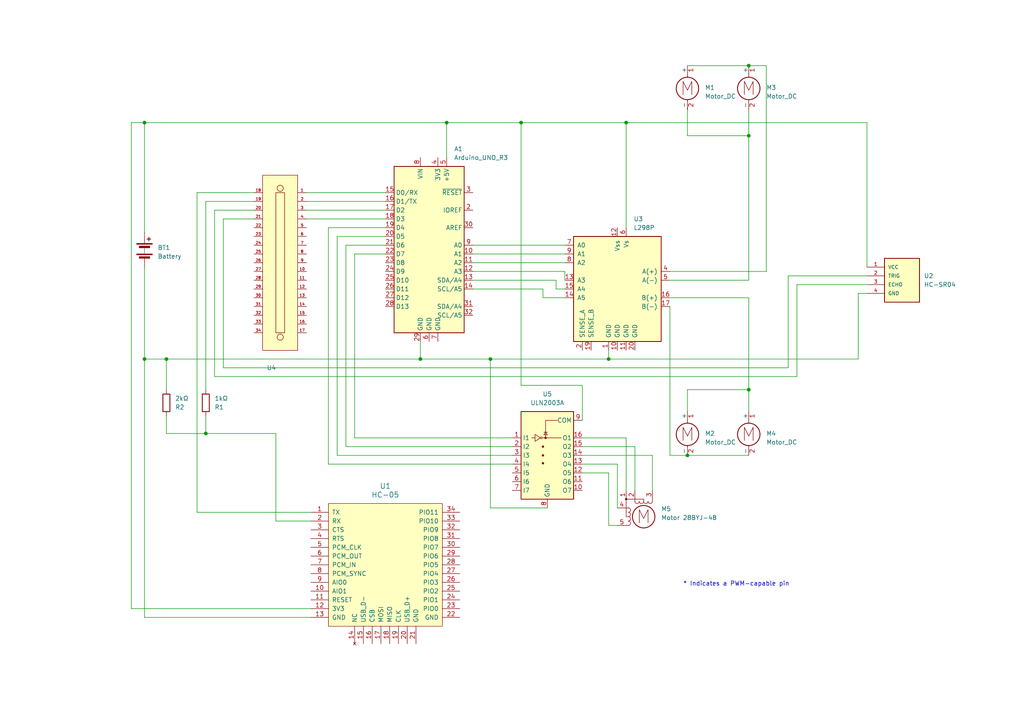
<source format=kicad_sch>
(kicad_sch
	(version 20250114)
	(generator "eeschema")
	(generator_version "9.0")
	(uuid "e63e39d7-6ac0-4ffd-8aa3-1841a4541b55")
	(paper "A4")
	(title_block
		(date "2025-03-18")
	)
	(lib_symbols
		(symbol "Device:Battery"
			(pin_numbers
				(hide yes)
			)
			(pin_names
				(offset 0)
				(hide yes)
			)
			(exclude_from_sim no)
			(in_bom yes)
			(on_board yes)
			(property "Reference" "BT"
				(at 2.54 2.54 0)
				(effects
					(font
						(size 1.27 1.27)
					)
					(justify left)
				)
			)
			(property "Value" "Battery"
				(at 2.54 0 0)
				(effects
					(font
						(size 1.27 1.27)
					)
					(justify left)
				)
			)
			(property "Footprint" ""
				(at 0 1.524 90)
				(effects
					(font
						(size 1.27 1.27)
					)
					(hide yes)
				)
			)
			(property "Datasheet" "~"
				(at 0 1.524 90)
				(effects
					(font
						(size 1.27 1.27)
					)
					(hide yes)
				)
			)
			(property "Description" "Multiple-cell battery"
				(at 0 0 0)
				(effects
					(font
						(size 1.27 1.27)
					)
					(hide yes)
				)
			)
			(property "ki_keywords" "batt voltage-source cell"
				(at 0 0 0)
				(effects
					(font
						(size 1.27 1.27)
					)
					(hide yes)
				)
			)
			(symbol "Battery_0_1"
				(rectangle
					(start -2.286 1.778)
					(end 2.286 1.524)
					(stroke
						(width 0)
						(type default)
					)
					(fill
						(type outline)
					)
				)
				(rectangle
					(start -2.286 -1.27)
					(end 2.286 -1.524)
					(stroke
						(width 0)
						(type default)
					)
					(fill
						(type outline)
					)
				)
				(rectangle
					(start -1.524 1.016)
					(end 1.524 0.508)
					(stroke
						(width 0)
						(type default)
					)
					(fill
						(type outline)
					)
				)
				(rectangle
					(start -1.524 -2.032)
					(end 1.524 -2.54)
					(stroke
						(width 0)
						(type default)
					)
					(fill
						(type outline)
					)
				)
				(polyline
					(pts
						(xy 0 1.778) (xy 0 2.54)
					)
					(stroke
						(width 0)
						(type default)
					)
					(fill
						(type none)
					)
				)
				(polyline
					(pts
						(xy 0 0) (xy 0 0.254)
					)
					(stroke
						(width 0)
						(type default)
					)
					(fill
						(type none)
					)
				)
				(polyline
					(pts
						(xy 0 -0.508) (xy 0 -0.254)
					)
					(stroke
						(width 0)
						(type default)
					)
					(fill
						(type none)
					)
				)
				(polyline
					(pts
						(xy 0 -1.016) (xy 0 -0.762)
					)
					(stroke
						(width 0)
						(type default)
					)
					(fill
						(type none)
					)
				)
				(polyline
					(pts
						(xy 0.762 3.048) (xy 1.778 3.048)
					)
					(stroke
						(width 0.254)
						(type default)
					)
					(fill
						(type none)
					)
				)
				(polyline
					(pts
						(xy 1.27 3.556) (xy 1.27 2.54)
					)
					(stroke
						(width 0.254)
						(type default)
					)
					(fill
						(type none)
					)
				)
			)
			(symbol "Battery_1_1"
				(pin passive line
					(at 0 5.08 270)
					(length 2.54)
					(name "+"
						(effects
							(font
								(size 1.27 1.27)
							)
						)
					)
					(number "1"
						(effects
							(font
								(size 1.27 1.27)
							)
						)
					)
				)
				(pin passive line
					(at 0 -5.08 90)
					(length 2.54)
					(name "-"
						(effects
							(font
								(size 1.27 1.27)
							)
						)
					)
					(number "2"
						(effects
							(font
								(size 1.27 1.27)
							)
						)
					)
				)
			)
			(embedded_fonts no)
		)
		(symbol "Device:R"
			(pin_numbers
				(hide yes)
			)
			(pin_names
				(offset 0)
			)
			(exclude_from_sim no)
			(in_bom yes)
			(on_board yes)
			(property "Reference" "R"
				(at 2.032 0 90)
				(effects
					(font
						(size 1.27 1.27)
					)
				)
			)
			(property "Value" "R"
				(at 0 0 90)
				(effects
					(font
						(size 1.27 1.27)
					)
				)
			)
			(property "Footprint" ""
				(at -1.778 0 90)
				(effects
					(font
						(size 1.27 1.27)
					)
					(hide yes)
				)
			)
			(property "Datasheet" "~"
				(at 0 0 0)
				(effects
					(font
						(size 1.27 1.27)
					)
					(hide yes)
				)
			)
			(property "Description" "Resistor"
				(at 0 0 0)
				(effects
					(font
						(size 1.27 1.27)
					)
					(hide yes)
				)
			)
			(property "ki_keywords" "R res resistor"
				(at 0 0 0)
				(effects
					(font
						(size 1.27 1.27)
					)
					(hide yes)
				)
			)
			(property "ki_fp_filters" "R_*"
				(at 0 0 0)
				(effects
					(font
						(size 1.27 1.27)
					)
					(hide yes)
				)
			)
			(symbol "R_0_1"
				(rectangle
					(start -1.016 -2.54)
					(end 1.016 2.54)
					(stroke
						(width 0.254)
						(type default)
					)
					(fill
						(type none)
					)
				)
			)
			(symbol "R_1_1"
				(pin passive line
					(at 0 3.81 270)
					(length 1.27)
					(name "~"
						(effects
							(font
								(size 1.27 1.27)
							)
						)
					)
					(number "1"
						(effects
							(font
								(size 1.27 1.27)
							)
						)
					)
				)
				(pin passive line
					(at 0 -3.81 90)
					(length 1.27)
					(name "~"
						(effects
							(font
								(size 1.27 1.27)
							)
						)
					)
					(number "2"
						(effects
							(font
								(size 1.27 1.27)
							)
						)
					)
				)
			)
			(embedded_fonts no)
		)
		(symbol "Driver_Motor:L298P"
			(pin_names
				(offset 1.016)
			)
			(exclude_from_sim no)
			(in_bom yes)
			(on_board yes)
			(property "Reference" "U3"
				(at 4.6833 20.32 0)
				(effects
					(font
						(size 1.27 1.27)
					)
					(justify left)
				)
			)
			(property "Value" "L298P"
				(at 4.6833 17.78 0)
				(effects
					(font
						(size 1.27 1.27)
					)
					(justify left)
				)
			)
			(property "Footprint" ""
				(at 3.81 6.35 0)
				(effects
					(font
						(size 1.27 1.27)
					)
					(hide yes)
				)
			)
			(property "Datasheet" "http://www.st.com/st-web-ui/static/active/en/resource/technical/document/datasheet/CD00000240.pdf"
				(at 3.81 6.35 0)
				(effects
					(font
						(size 1.27 1.27)
					)
					(hide yes)
				)
			)
			(property "Description" "Dual full bridge motor driver, up to 46V, 4A"
				(at 0 0 0)
				(effects
					(font
						(size 1.27 1.27)
					)
					(hide yes)
				)
			)
			(property "ki_keywords" "H-bridge motor driver"
				(at 0 0 0)
				(effects
					(font
						(size 1.27 1.27)
					)
					(hide yes)
				)
			)
			(symbol "L298P_0_1"
				(rectangle
					(start -12.7 15.24)
					(end 12.7 -15.24)
					(stroke
						(width 0.254)
						(type default)
					)
					(fill
						(type background)
					)
				)
			)
			(symbol "L298P_1_1"
				(pin input line
					(at -15.24 12.7 0)
					(length 2.54)
					(name "A0"
						(effects
							(font
								(size 1.27 1.27)
							)
						)
					)
					(number "7"
						(effects
							(font
								(size 1.27 1.27)
							)
						)
					)
				)
				(pin input line
					(at -15.24 10.16 0)
					(length 2.54)
					(name "A1"
						(effects
							(font
								(size 1.27 1.27)
							)
						)
					)
					(number "9"
						(effects
							(font
								(size 1.27 1.27)
							)
						)
					)
				)
				(pin input line
					(at -15.24 7.62 0)
					(length 2.54)
					(name "A2"
						(effects
							(font
								(size 1.27 1.27)
							)
						)
					)
					(number "8"
						(effects
							(font
								(size 1.27 1.27)
							)
						)
					)
				)
				(pin input line
					(at -15.24 2.54 0)
					(length 2.54)
					(name "A3"
						(effects
							(font
								(size 1.27 1.27)
							)
						)
					)
					(number "13"
						(effects
							(font
								(size 1.27 1.27)
							)
						)
					)
				)
				(pin input line
					(at -15.24 0 0)
					(length 2.54)
					(name "A4"
						(effects
							(font
								(size 1.27 1.27)
							)
						)
					)
					(number "15"
						(effects
							(font
								(size 1.27 1.27)
							)
						)
					)
				)
				(pin input line
					(at -15.24 -2.54 0)
					(length 2.54)
					(name "A5"
						(effects
							(font
								(size 1.27 1.27)
							)
						)
					)
					(number "14"
						(effects
							(font
								(size 1.27 1.27)
							)
						)
					)
				)
				(pin power_in line
					(at -10.16 -17.78 90)
					(length 2.54)
					(name "SENSE_A"
						(effects
							(font
								(size 1.27 1.27)
							)
						)
					)
					(number "2"
						(effects
							(font
								(size 1.27 1.27)
							)
						)
					)
				)
				(pin power_in line
					(at -7.62 -17.78 90)
					(length 2.54)
					(name "SENSE_B"
						(effects
							(font
								(size 1.27 1.27)
							)
						)
					)
					(number "19"
						(effects
							(font
								(size 1.27 1.27)
							)
						)
					)
				)
				(pin power_in line
					(at -2.54 -17.78 90)
					(length 2.54)
					(name "GND"
						(effects
							(font
								(size 1.27 1.27)
							)
						)
					)
					(number "1"
						(effects
							(font
								(size 1.27 1.27)
							)
						)
					)
				)
				(pin power_in line
					(at 0 17.78 270)
					(length 2.54)
					(name "Vss"
						(effects
							(font
								(size 1.27 1.27)
							)
						)
					)
					(number "12"
						(effects
							(font
								(size 1.27 1.27)
							)
						)
					)
				)
				(pin power_in line
					(at 0 -17.78 90)
					(length 2.54)
					(name "GND"
						(effects
							(font
								(size 1.27 1.27)
							)
						)
					)
					(number "10"
						(effects
							(font
								(size 1.27 1.27)
							)
						)
					)
				)
				(pin power_in line
					(at 2.54 17.78 270)
					(length 2.54)
					(name "Vs"
						(effects
							(font
								(size 1.27 1.27)
							)
						)
					)
					(number "6"
						(effects
							(font
								(size 1.27 1.27)
							)
						)
					)
				)
				(pin power_in line
					(at 2.54 -17.78 90)
					(length 2.54)
					(name "GND"
						(effects
							(font
								(size 1.27 1.27)
							)
						)
					)
					(number "11"
						(effects
							(font
								(size 1.27 1.27)
							)
						)
					)
				)
				(pin power_in line
					(at 5.08 -17.78 90)
					(length 2.54)
					(name "GND"
						(effects
							(font
								(size 1.27 1.27)
							)
						)
					)
					(number "20"
						(effects
							(font
								(size 1.27 1.27)
							)
						)
					)
				)
				(pin no_connect line
					(at 12.7 12.7 180)
					(length 2.54)
					(hide yes)
					(name "NC"
						(effects
							(font
								(size 1.27 1.27)
							)
						)
					)
					(number "3"
						(effects
							(font
								(size 1.27 1.27)
							)
						)
					)
				)
				(pin no_connect line
					(at 12.7 10.16 180)
					(length 2.54)
					(hide yes)
					(name "NC"
						(effects
							(font
								(size 1.27 1.27)
							)
						)
					)
					(number "18"
						(effects
							(font
								(size 1.27 1.27)
							)
						)
					)
				)
				(pin output line
					(at 15.24 5.08 180)
					(length 2.54)
					(name "A(+)"
						(effects
							(font
								(size 1.27 1.27)
							)
						)
					)
					(number "4"
						(effects
							(font
								(size 1.27 1.27)
							)
						)
					)
				)
				(pin output line
					(at 15.24 2.54 180)
					(length 2.54)
					(name "A(-)"
						(effects
							(font
								(size 1.27 1.27)
							)
						)
					)
					(number "5"
						(effects
							(font
								(size 1.27 1.27)
							)
						)
					)
				)
				(pin output line
					(at 15.24 -2.54 180)
					(length 2.54)
					(name "B(+)"
						(effects
							(font
								(size 1.27 1.27)
							)
						)
					)
					(number "16"
						(effects
							(font
								(size 1.27 1.27)
							)
						)
					)
				)
				(pin output line
					(at 15.24 -5.08 180)
					(length 2.54)
					(name "B(-)"
						(effects
							(font
								(size 1.27 1.27)
							)
						)
					)
					(number "17"
						(effects
							(font
								(size 1.27 1.27)
							)
						)
					)
				)
			)
			(embedded_fonts no)
		)
		(symbol "HC-SR04:HC-SR04"
			(pin_names
				(offset 1.016)
			)
			(exclude_from_sim no)
			(in_bom yes)
			(on_board yes)
			(property "Reference" "U"
				(at 0 5.0813 0)
				(effects
					(font
						(size 1.27 1.27)
					)
					(justify left bottom)
				)
			)
			(property "Value" "HC-SR04"
				(at 0 -10.163 0)
				(effects
					(font
						(size 1.27 1.27)
					)
					(justify left bottom)
				)
			)
			(property "Footprint" "HC-SR04:XCVR_HC-SR04"
				(at 0 0 0)
				(effects
					(font
						(size 1.27 1.27)
					)
					(justify bottom)
					(hide yes)
				)
			)
			(property "Datasheet" ""
				(at 0 0 0)
				(effects
					(font
						(size 1.27 1.27)
					)
					(hide yes)
				)
			)
			(property "Description" ""
				(at 0 0 0)
				(effects
					(font
						(size 1.27 1.27)
					)
					(hide yes)
				)
			)
			(property "MANUFACTURER" "Osepp"
				(at 0 0 0)
				(effects
					(font
						(size 1.27 1.27)
					)
					(justify bottom)
					(hide yes)
				)
			)
			(symbol "HC-SR04_0_0"
				(rectangle
					(start 0 -7.62)
					(end 10.16 5.08)
					(stroke
						(width 0.254)
						(type default)
					)
					(fill
						(type background)
					)
				)
				(pin power_in line
					(at -5.08 2.54 0)
					(length 5.08)
					(name "VCC"
						(effects
							(font
								(size 1.016 1.016)
							)
						)
					)
					(number "1"
						(effects
							(font
								(size 1.016 1.016)
							)
						)
					)
				)
				(pin bidirectional line
					(at -5.08 0 0)
					(length 5.08)
					(name "TRIG"
						(effects
							(font
								(size 1.016 1.016)
							)
						)
					)
					(number "2"
						(effects
							(font
								(size 1.016 1.016)
							)
						)
					)
				)
				(pin bidirectional line
					(at -5.08 -2.54 0)
					(length 5.08)
					(name "ECHO"
						(effects
							(font
								(size 1.016 1.016)
							)
						)
					)
					(number "3"
						(effects
							(font
								(size 1.016 1.016)
							)
						)
					)
				)
				(pin power_in line
					(at -5.08 -5.08 0)
					(length 5.08)
					(name "GND"
						(effects
							(font
								(size 1.016 1.016)
							)
						)
					)
					(number "4"
						(effects
							(font
								(size 1.016 1.016)
							)
						)
					)
				)
			)
			(embedded_fonts no)
		)
		(symbol "MCE_Modulos:HC-05"
			(pin_names
				(offset 1.016)
			)
			(exclude_from_sim no)
			(in_bom yes)
			(on_board yes)
			(property "Reference" "U"
				(at -15.24 19.05 0)
				(effects
					(font
						(size 1.524 1.524)
					)
				)
			)
			(property "Value" "HC-05"
				(at 13.97 -19.05 0)
				(effects
					(font
						(size 1.524 1.524)
					)
				)
			)
			(property "Footprint" ""
				(at -11.43 -5.08 0)
				(effects
					(font
						(size 1.524 1.524)
					)
					(hide yes)
				)
			)
			(property "Datasheet" ""
				(at -11.43 -5.08 0)
				(effects
					(font
						(size 1.524 1.524)
					)
					(hide yes)
				)
			)
			(property "Description" "Modulo bluetooth HC-05"
				(at 0 0 0)
				(effects
					(font
						(size 1.27 1.27)
					)
					(hide yes)
				)
			)
			(property "ki_keywords" "hc-05"
				(at 0 0 0)
				(effects
					(font
						(size 1.27 1.27)
					)
					(hide yes)
				)
			)
			(symbol "HC-05_0_1"
				(rectangle
					(start -16.51 17.78)
					(end 16.51 -17.78)
					(stroke
						(width 0)
						(type default)
					)
					(fill
						(type background)
					)
				)
			)
			(symbol "HC-05_1_1"
				(pin output line
					(at -21.59 15.24 0)
					(length 5.08)
					(name "TX"
						(effects
							(font
								(size 1.27 1.27)
							)
						)
					)
					(number "1"
						(effects
							(font
								(size 1.27 1.27)
							)
						)
					)
				)
				(pin input line
					(at -21.59 12.7 0)
					(length 5.08)
					(name "RX"
						(effects
							(font
								(size 1.27 1.27)
							)
						)
					)
					(number "2"
						(effects
							(font
								(size 1.27 1.27)
							)
						)
					)
				)
				(pin output line
					(at -21.59 10.16 0)
					(length 5.08)
					(name "CTS"
						(effects
							(font
								(size 1.27 1.27)
							)
						)
					)
					(number "3"
						(effects
							(font
								(size 1.27 1.27)
							)
						)
					)
				)
				(pin input line
					(at -21.59 7.62 0)
					(length 5.08)
					(name "RTS"
						(effects
							(font
								(size 1.27 1.27)
							)
						)
					)
					(number "4"
						(effects
							(font
								(size 1.27 1.27)
							)
						)
					)
				)
				(pin input line
					(at -21.59 5.08 0)
					(length 5.08)
					(name "PCM_CLK"
						(effects
							(font
								(size 1.27 1.27)
							)
						)
					)
					(number "5"
						(effects
							(font
								(size 1.27 1.27)
							)
						)
					)
				)
				(pin output line
					(at -21.59 2.54 0)
					(length 5.08)
					(name "PCM_OUT"
						(effects
							(font
								(size 1.27 1.27)
							)
						)
					)
					(number "6"
						(effects
							(font
								(size 1.27 1.27)
							)
						)
					)
				)
				(pin input line
					(at -21.59 0 0)
					(length 5.08)
					(name "PCM_IN"
						(effects
							(font
								(size 1.27 1.27)
							)
						)
					)
					(number "7"
						(effects
							(font
								(size 1.27 1.27)
							)
						)
					)
				)
				(pin bidirectional line
					(at -21.59 -2.54 0)
					(length 5.08)
					(name "PCM_SYNC"
						(effects
							(font
								(size 1.27 1.27)
							)
						)
					)
					(number "8"
						(effects
							(font
								(size 1.27 1.27)
							)
						)
					)
				)
				(pin bidirectional line
					(at -21.59 -5.08 0)
					(length 5.08)
					(name "AIO0"
						(effects
							(font
								(size 1.27 1.27)
							)
						)
					)
					(number "9"
						(effects
							(font
								(size 1.27 1.27)
							)
						)
					)
				)
				(pin bidirectional line
					(at -21.59 -7.62 0)
					(length 5.08)
					(name "AIO1"
						(effects
							(font
								(size 1.27 1.27)
							)
						)
					)
					(number "10"
						(effects
							(font
								(size 1.27 1.27)
							)
						)
					)
				)
				(pin input line
					(at -21.59 -10.16 0)
					(length 5.08)
					(name "RESET"
						(effects
							(font
								(size 1.27 1.27)
							)
						)
					)
					(number "11"
						(effects
							(font
								(size 1.27 1.27)
							)
						)
					)
				)
				(pin power_in line
					(at -21.59 -12.7 0)
					(length 5.08)
					(name "3V3"
						(effects
							(font
								(size 1.27 1.27)
							)
						)
					)
					(number "12"
						(effects
							(font
								(size 1.27 1.27)
							)
						)
					)
				)
				(pin power_in line
					(at -21.59 -15.24 0)
					(length 5.08)
					(name "GND"
						(effects
							(font
								(size 1.27 1.27)
							)
						)
					)
					(number "13"
						(effects
							(font
								(size 1.27 1.27)
							)
						)
					)
				)
				(pin no_connect line
					(at -8.89 -22.86 90)
					(length 5.08)
					(name "NC"
						(effects
							(font
								(size 1.27 1.27)
							)
						)
					)
					(number "14"
						(effects
							(font
								(size 1.27 1.27)
							)
						)
					)
				)
				(pin output line
					(at -6.35 -22.86 90)
					(length 5.08)
					(name "USB_D-"
						(effects
							(font
								(size 1.27 1.27)
							)
						)
					)
					(number "15"
						(effects
							(font
								(size 1.27 1.27)
							)
						)
					)
				)
				(pin input line
					(at -3.81 -22.86 90)
					(length 5.08)
					(name "CSB"
						(effects
							(font
								(size 1.27 1.27)
							)
						)
					)
					(number "16"
						(effects
							(font
								(size 1.27 1.27)
							)
						)
					)
				)
				(pin input line
					(at -1.27 -22.86 90)
					(length 5.08)
					(name "MOSI"
						(effects
							(font
								(size 1.27 1.27)
							)
						)
					)
					(number "17"
						(effects
							(font
								(size 1.27 1.27)
							)
						)
					)
				)
				(pin output line
					(at 1.27 -22.86 90)
					(length 5.08)
					(name "MISO"
						(effects
							(font
								(size 1.27 1.27)
							)
						)
					)
					(number "18"
						(effects
							(font
								(size 1.27 1.27)
							)
						)
					)
				)
				(pin input line
					(at 3.81 -22.86 90)
					(length 5.08)
					(name "CLK"
						(effects
							(font
								(size 1.27 1.27)
							)
						)
					)
					(number "19"
						(effects
							(font
								(size 1.27 1.27)
							)
						)
					)
				)
				(pin input line
					(at 6.35 -22.86 90)
					(length 5.08)
					(name "USB_D+"
						(effects
							(font
								(size 1.27 1.27)
							)
						)
					)
					(number "20"
						(effects
							(font
								(size 1.27 1.27)
							)
						)
					)
				)
				(pin power_in line
					(at 8.89 -22.86 90)
					(length 5.08)
					(name "GND"
						(effects
							(font
								(size 1.27 1.27)
							)
						)
					)
					(number "21"
						(effects
							(font
								(size 1.27 1.27)
							)
						)
					)
				)
				(pin bidirectional line
					(at 21.59 15.24 180)
					(length 5.08)
					(name "PIO11"
						(effects
							(font
								(size 1.27 1.27)
							)
						)
					)
					(number "34"
						(effects
							(font
								(size 1.27 1.27)
							)
						)
					)
				)
				(pin bidirectional line
					(at 21.59 12.7 180)
					(length 5.08)
					(name "PIO10"
						(effects
							(font
								(size 1.27 1.27)
							)
						)
					)
					(number "33"
						(effects
							(font
								(size 1.27 1.27)
							)
						)
					)
				)
				(pin bidirectional line
					(at 21.59 10.16 180)
					(length 5.08)
					(name "PIO9"
						(effects
							(font
								(size 1.27 1.27)
							)
						)
					)
					(number "32"
						(effects
							(font
								(size 1.27 1.27)
							)
						)
					)
				)
				(pin bidirectional line
					(at 21.59 7.62 180)
					(length 5.08)
					(name "PIO8"
						(effects
							(font
								(size 1.27 1.27)
							)
						)
					)
					(number "31"
						(effects
							(font
								(size 1.27 1.27)
							)
						)
					)
				)
				(pin bidirectional line
					(at 21.59 5.08 180)
					(length 5.08)
					(name "PIO7"
						(effects
							(font
								(size 1.27 1.27)
							)
						)
					)
					(number "30"
						(effects
							(font
								(size 1.27 1.27)
							)
						)
					)
				)
				(pin bidirectional line
					(at 21.59 2.54 180)
					(length 5.08)
					(name "PIO6"
						(effects
							(font
								(size 1.27 1.27)
							)
						)
					)
					(number "29"
						(effects
							(font
								(size 1.27 1.27)
							)
						)
					)
				)
				(pin bidirectional line
					(at 21.59 0 180)
					(length 5.08)
					(name "PIO5"
						(effects
							(font
								(size 1.27 1.27)
							)
						)
					)
					(number "28"
						(effects
							(font
								(size 1.27 1.27)
							)
						)
					)
				)
				(pin bidirectional line
					(at 21.59 -2.54 180)
					(length 5.08)
					(name "PIO4"
						(effects
							(font
								(size 1.27 1.27)
							)
						)
					)
					(number "27"
						(effects
							(font
								(size 1.27 1.27)
							)
						)
					)
				)
				(pin bidirectional line
					(at 21.59 -5.08 180)
					(length 5.08)
					(name "PIO3"
						(effects
							(font
								(size 1.27 1.27)
							)
						)
					)
					(number "26"
						(effects
							(font
								(size 1.27 1.27)
							)
						)
					)
				)
				(pin bidirectional line
					(at 21.59 -7.62 180)
					(length 5.08)
					(name "PIO2"
						(effects
							(font
								(size 1.27 1.27)
							)
						)
					)
					(number "25"
						(effects
							(font
								(size 1.27 1.27)
							)
						)
					)
				)
				(pin bidirectional line
					(at 21.59 -10.16 180)
					(length 5.08)
					(name "PIO1"
						(effects
							(font
								(size 1.27 1.27)
							)
						)
					)
					(number "24"
						(effects
							(font
								(size 1.27 1.27)
							)
						)
					)
				)
				(pin bidirectional line
					(at 21.59 -12.7 180)
					(length 5.08)
					(name "PIO0"
						(effects
							(font
								(size 1.27 1.27)
							)
						)
					)
					(number "23"
						(effects
							(font
								(size 1.27 1.27)
							)
						)
					)
				)
				(pin power_in line
					(at 21.59 -15.24 180)
					(length 5.08)
					(name "GND"
						(effects
							(font
								(size 1.27 1.27)
							)
						)
					)
					(number "22"
						(effects
							(font
								(size 1.27 1.27)
							)
						)
					)
				)
			)
			(embedded_fonts no)
		)
		(symbol "MCU_Module:Arduino_UNO_R3"
			(exclude_from_sim no)
			(in_bom yes)
			(on_board yes)
			(property "Reference" "A"
				(at -10.16 23.495 0)
				(effects
					(font
						(size 1.27 1.27)
					)
					(justify left bottom)
				)
			)
			(property "Value" "Arduino_UNO_R3"
				(at 5.08 -26.67 0)
				(effects
					(font
						(size 1.27 1.27)
					)
					(justify left top)
				)
			)
			(property "Footprint" "Module:Arduino_UNO_R3"
				(at 0 0 0)
				(effects
					(font
						(size 1.27 1.27)
						(italic yes)
					)
					(hide yes)
				)
			)
			(property "Datasheet" "https://www.arduino.cc/en/Main/arduinoBoardUno"
				(at 0 0 0)
				(effects
					(font
						(size 1.27 1.27)
					)
					(hide yes)
				)
			)
			(property "Description" "Arduino UNO Microcontroller Module, release 3"
				(at 0 0 0)
				(effects
					(font
						(size 1.27 1.27)
					)
					(hide yes)
				)
			)
			(property "ki_keywords" "Arduino UNO R3 Microcontroller Module Atmel AVR USB"
				(at 0 0 0)
				(effects
					(font
						(size 1.27 1.27)
					)
					(hide yes)
				)
			)
			(property "ki_fp_filters" "Arduino*UNO*R3*"
				(at 0 0 0)
				(effects
					(font
						(size 1.27 1.27)
					)
					(hide yes)
				)
			)
			(symbol "Arduino_UNO_R3_0_1"
				(rectangle
					(start -10.16 22.86)
					(end 10.16 -25.4)
					(stroke
						(width 0.254)
						(type default)
					)
					(fill
						(type background)
					)
				)
			)
			(symbol "Arduino_UNO_R3_1_1"
				(pin bidirectional line
					(at -12.7 15.24 0)
					(length 2.54)
					(name "D0/RX"
						(effects
							(font
								(size 1.27 1.27)
							)
						)
					)
					(number "15"
						(effects
							(font
								(size 1.27 1.27)
							)
						)
					)
				)
				(pin bidirectional line
					(at -12.7 12.7 0)
					(length 2.54)
					(name "D1/TX"
						(effects
							(font
								(size 1.27 1.27)
							)
						)
					)
					(number "16"
						(effects
							(font
								(size 1.27 1.27)
							)
						)
					)
				)
				(pin bidirectional line
					(at -12.7 10.16 0)
					(length 2.54)
					(name "D2"
						(effects
							(font
								(size 1.27 1.27)
							)
						)
					)
					(number "17"
						(effects
							(font
								(size 1.27 1.27)
							)
						)
					)
				)
				(pin bidirectional line
					(at -12.7 7.62 0)
					(length 2.54)
					(name "D3"
						(effects
							(font
								(size 1.27 1.27)
							)
						)
					)
					(number "18"
						(effects
							(font
								(size 1.27 1.27)
							)
						)
					)
				)
				(pin bidirectional line
					(at -12.7 5.08 0)
					(length 2.54)
					(name "D4"
						(effects
							(font
								(size 1.27 1.27)
							)
						)
					)
					(number "19"
						(effects
							(font
								(size 1.27 1.27)
							)
						)
					)
				)
				(pin bidirectional line
					(at -12.7 2.54 0)
					(length 2.54)
					(name "D5"
						(effects
							(font
								(size 1.27 1.27)
							)
						)
					)
					(number "20"
						(effects
							(font
								(size 1.27 1.27)
							)
						)
					)
				)
				(pin bidirectional line
					(at -12.7 0 0)
					(length 2.54)
					(name "D6"
						(effects
							(font
								(size 1.27 1.27)
							)
						)
					)
					(number "21"
						(effects
							(font
								(size 1.27 1.27)
							)
						)
					)
				)
				(pin bidirectional line
					(at -12.7 -2.54 0)
					(length 2.54)
					(name "D7"
						(effects
							(font
								(size 1.27 1.27)
							)
						)
					)
					(number "22"
						(effects
							(font
								(size 1.27 1.27)
							)
						)
					)
				)
				(pin bidirectional line
					(at -12.7 -5.08 0)
					(length 2.54)
					(name "D8"
						(effects
							(font
								(size 1.27 1.27)
							)
						)
					)
					(number "23"
						(effects
							(font
								(size 1.27 1.27)
							)
						)
					)
				)
				(pin bidirectional line
					(at -12.7 -7.62 0)
					(length 2.54)
					(name "D9"
						(effects
							(font
								(size 1.27 1.27)
							)
						)
					)
					(number "24"
						(effects
							(font
								(size 1.27 1.27)
							)
						)
					)
				)
				(pin bidirectional line
					(at -12.7 -10.16 0)
					(length 2.54)
					(name "D10"
						(effects
							(font
								(size 1.27 1.27)
							)
						)
					)
					(number "25"
						(effects
							(font
								(size 1.27 1.27)
							)
						)
					)
				)
				(pin bidirectional line
					(at -12.7 -12.7 0)
					(length 2.54)
					(name "D11"
						(effects
							(font
								(size 1.27 1.27)
							)
						)
					)
					(number "26"
						(effects
							(font
								(size 1.27 1.27)
							)
						)
					)
				)
				(pin bidirectional line
					(at -12.7 -15.24 0)
					(length 2.54)
					(name "D12"
						(effects
							(font
								(size 1.27 1.27)
							)
						)
					)
					(number "27"
						(effects
							(font
								(size 1.27 1.27)
							)
						)
					)
				)
				(pin bidirectional line
					(at -12.7 -17.78 0)
					(length 2.54)
					(name "D13"
						(effects
							(font
								(size 1.27 1.27)
							)
						)
					)
					(number "28"
						(effects
							(font
								(size 1.27 1.27)
							)
						)
					)
				)
				(pin no_connect line
					(at -10.16 -20.32 0)
					(length 2.54)
					(hide yes)
					(name "NC"
						(effects
							(font
								(size 1.27 1.27)
							)
						)
					)
					(number "1"
						(effects
							(font
								(size 1.27 1.27)
							)
						)
					)
				)
				(pin power_in line
					(at -2.54 25.4 270)
					(length 2.54)
					(name "VIN"
						(effects
							(font
								(size 1.27 1.27)
							)
						)
					)
					(number "8"
						(effects
							(font
								(size 1.27 1.27)
							)
						)
					)
				)
				(pin power_in line
					(at -2.54 -27.94 90)
					(length 2.54)
					(name "GND"
						(effects
							(font
								(size 1.27 1.27)
							)
						)
					)
					(number "29"
						(effects
							(font
								(size 1.27 1.27)
							)
						)
					)
				)
				(pin power_in line
					(at 0 -27.94 90)
					(length 2.54)
					(name "GND"
						(effects
							(font
								(size 1.27 1.27)
							)
						)
					)
					(number "6"
						(effects
							(font
								(size 1.27 1.27)
							)
						)
					)
				)
				(pin power_out line
					(at 2.54 25.4 270)
					(length 2.54)
					(name "3V3"
						(effects
							(font
								(size 1.27 1.27)
							)
						)
					)
					(number "4"
						(effects
							(font
								(size 1.27 1.27)
							)
						)
					)
				)
				(pin power_in line
					(at 2.54 -27.94 90)
					(length 2.54)
					(name "GND"
						(effects
							(font
								(size 1.27 1.27)
							)
						)
					)
					(number "7"
						(effects
							(font
								(size 1.27 1.27)
							)
						)
					)
				)
				(pin power_out line
					(at 5.08 25.4 270)
					(length 2.54)
					(name "+5V"
						(effects
							(font
								(size 1.27 1.27)
							)
						)
					)
					(number "5"
						(effects
							(font
								(size 1.27 1.27)
							)
						)
					)
				)
				(pin input line
					(at 12.7 15.24 180)
					(length 2.54)
					(name "~{RESET}"
						(effects
							(font
								(size 1.27 1.27)
							)
						)
					)
					(number "3"
						(effects
							(font
								(size 1.27 1.27)
							)
						)
					)
				)
				(pin output line
					(at 12.7 10.16 180)
					(length 2.54)
					(name "IOREF"
						(effects
							(font
								(size 1.27 1.27)
							)
						)
					)
					(number "2"
						(effects
							(font
								(size 1.27 1.27)
							)
						)
					)
				)
				(pin input line
					(at 12.7 5.08 180)
					(length 2.54)
					(name "AREF"
						(effects
							(font
								(size 1.27 1.27)
							)
						)
					)
					(number "30"
						(effects
							(font
								(size 1.27 1.27)
							)
						)
					)
				)
				(pin bidirectional line
					(at 12.7 0 180)
					(length 2.54)
					(name "A0"
						(effects
							(font
								(size 1.27 1.27)
							)
						)
					)
					(number "9"
						(effects
							(font
								(size 1.27 1.27)
							)
						)
					)
				)
				(pin bidirectional line
					(at 12.7 -2.54 180)
					(length 2.54)
					(name "A1"
						(effects
							(font
								(size 1.27 1.27)
							)
						)
					)
					(number "10"
						(effects
							(font
								(size 1.27 1.27)
							)
						)
					)
				)
				(pin bidirectional line
					(at 12.7 -5.08 180)
					(length 2.54)
					(name "A2"
						(effects
							(font
								(size 1.27 1.27)
							)
						)
					)
					(number "11"
						(effects
							(font
								(size 1.27 1.27)
							)
						)
					)
				)
				(pin bidirectional line
					(at 12.7 -7.62 180)
					(length 2.54)
					(name "A3"
						(effects
							(font
								(size 1.27 1.27)
							)
						)
					)
					(number "12"
						(effects
							(font
								(size 1.27 1.27)
							)
						)
					)
				)
				(pin bidirectional line
					(at 12.7 -10.16 180)
					(length 2.54)
					(name "SDA/A4"
						(effects
							(font
								(size 1.27 1.27)
							)
						)
					)
					(number "13"
						(effects
							(font
								(size 1.27 1.27)
							)
						)
					)
				)
				(pin bidirectional line
					(at 12.7 -12.7 180)
					(length 2.54)
					(name "SCL/A5"
						(effects
							(font
								(size 1.27 1.27)
							)
						)
					)
					(number "14"
						(effects
							(font
								(size 1.27 1.27)
							)
						)
					)
				)
				(pin bidirectional line
					(at 12.7 -17.78 180)
					(length 2.54)
					(name "SDA/A4"
						(effects
							(font
								(size 1.27 1.27)
							)
						)
					)
					(number "31"
						(effects
							(font
								(size 1.27 1.27)
							)
						)
					)
				)
				(pin bidirectional line
					(at 12.7 -20.32 180)
					(length 2.54)
					(name "SCL/A5"
						(effects
							(font
								(size 1.27 1.27)
							)
						)
					)
					(number "32"
						(effects
							(font
								(size 1.27 1.27)
							)
						)
					)
				)
			)
			(embedded_fonts no)
		)
		(symbol "Motor:Motor_DC"
			(pin_names
				(offset 0)
			)
			(exclude_from_sim no)
			(in_bom yes)
			(on_board yes)
			(property "Reference" "M"
				(at 2.54 2.54 0)
				(effects
					(font
						(size 1.27 1.27)
					)
					(justify left)
				)
			)
			(property "Value" "Motor_DC"
				(at 2.54 -5.08 0)
				(effects
					(font
						(size 1.27 1.27)
					)
					(justify left top)
				)
			)
			(property "Footprint" ""
				(at 0 -2.286 0)
				(effects
					(font
						(size 1.27 1.27)
					)
					(hide yes)
				)
			)
			(property "Datasheet" "~"
				(at 0 -2.286 0)
				(effects
					(font
						(size 1.27 1.27)
					)
					(hide yes)
				)
			)
			(property "Description" "DC Motor"
				(at 0 0 0)
				(effects
					(font
						(size 1.27 1.27)
					)
					(hide yes)
				)
			)
			(property "ki_keywords" "DC Motor"
				(at 0 0 0)
				(effects
					(font
						(size 1.27 1.27)
					)
					(hide yes)
				)
			)
			(property "ki_fp_filters" "PinHeader*P2.54mm* TerminalBlock*"
				(at 0 0 0)
				(effects
					(font
						(size 1.27 1.27)
					)
					(hide yes)
				)
			)
			(symbol "Motor_DC_0_0"
				(polyline
					(pts
						(xy -1.27 -3.302) (xy -1.27 0.508) (xy 0 -2.032) (xy 1.27 0.508) (xy 1.27 -3.302)
					)
					(stroke
						(width 0)
						(type default)
					)
					(fill
						(type none)
					)
				)
			)
			(symbol "Motor_DC_0_1"
				(polyline
					(pts
						(xy 0 2.032) (xy 0 2.54)
					)
					(stroke
						(width 0)
						(type default)
					)
					(fill
						(type none)
					)
				)
				(polyline
					(pts
						(xy 0 1.7272) (xy 0 2.0828)
					)
					(stroke
						(width 0)
						(type default)
					)
					(fill
						(type none)
					)
				)
				(circle
					(center 0 -1.524)
					(radius 3.2512)
					(stroke
						(width 0.254)
						(type default)
					)
					(fill
						(type none)
					)
				)
				(polyline
					(pts
						(xy 0 -4.7752) (xy 0 -5.1816)
					)
					(stroke
						(width 0)
						(type default)
					)
					(fill
						(type none)
					)
				)
				(polyline
					(pts
						(xy 0 -7.62) (xy 0 -7.112)
					)
					(stroke
						(width 0)
						(type default)
					)
					(fill
						(type none)
					)
				)
			)
			(symbol "Motor_DC_1_1"
				(pin passive line
					(at 0 5.08 270)
					(length 2.54)
					(name "+"
						(effects
							(font
								(size 1.27 1.27)
							)
						)
					)
					(number "1"
						(effects
							(font
								(size 1.27 1.27)
							)
						)
					)
				)
				(pin passive line
					(at 0 -7.62 90)
					(length 2.54)
					(name "-"
						(effects
							(font
								(size 1.27 1.27)
							)
						)
					)
					(number "2"
						(effects
							(font
								(size 1.27 1.27)
							)
						)
					)
				)
			)
			(embedded_fonts no)
		)
		(symbol "Motor:Stepper_Motor_unipolar_5pin"
			(pin_names
				(offset 0)
				(hide yes)
			)
			(exclude_from_sim no)
			(in_bom yes)
			(on_board yes)
			(property "Reference" "M"
				(at 3.81 2.54 0)
				(effects
					(font
						(size 1.27 1.27)
					)
					(justify left)
				)
			)
			(property "Value" "Stepper_Motor_unipolar_5pin"
				(at 3.81 1.27 0)
				(effects
					(font
						(size 1.27 1.27)
					)
					(justify left top)
				)
			)
			(property "Footprint" ""
				(at 0.254 -0.254 0)
				(effects
					(font
						(size 1.27 1.27)
					)
					(hide yes)
				)
			)
			(property "Datasheet" "http://www.infineon.com/dgdl/Application-Note-TLE8110EE_driving_UniPolarStepperMotor_V1.1.pdf?fileId=db3a30431be39b97011be5d0aa0a00b0"
				(at 0.254 -0.254 0)
				(effects
					(font
						(size 1.27 1.27)
					)
					(hide yes)
				)
			)
			(property "Description" "5-wire unipolar stepper motor"
				(at 0 0 0)
				(effects
					(font
						(size 1.27 1.27)
					)
					(hide yes)
				)
			)
			(property "ki_keywords" "unipolar stepper motor"
				(at 0 0 0)
				(effects
					(font
						(size 1.27 1.27)
					)
					(hide yes)
				)
			)
			(property "ki_fp_filters" "PinHeader*P2.54mm* TerminalBlock*"
				(at 0 0 0)
				(effects
					(font
						(size 1.27 1.27)
					)
					(hide yes)
				)
			)
			(symbol "Stepper_Motor_unipolar_5pin_0_0"
				(polyline
					(pts
						(xy -1.27 -1.778) (xy -1.27 2.032) (xy 0 -0.508) (xy 1.27 2.032) (xy 1.27 -1.778)
					)
					(stroke
						(width 0)
						(type default)
					)
					(fill
						(type none)
					)
				)
			)
			(symbol "Stepper_Motor_unipolar_5pin_0_1"
				(circle
					(center -5.08 5.08)
					(radius 0.0001)
					(stroke
						(width 0)
						(type default)
					)
					(fill
						(type outline)
					)
				)
				(circle
					(center -5.08 5.08)
					(radius 0.254)
					(stroke
						(width 0)
						(type default)
					)
					(fill
						(type outline)
					)
				)
				(polyline
					(pts
						(xy -5.08 5.08) (xy -5.08 0) (xy -4.445 0)
					)
					(stroke
						(width 0)
						(type default)
					)
					(fill
						(type none)
					)
				)
				(polyline
					(pts
						(xy -5.08 2.54) (xy -4.445 2.54)
					)
					(stroke
						(width 0)
						(type default)
					)
					(fill
						(type none)
					)
				)
				(polyline
					(pts
						(xy -5.08 -2.54) (xy -4.445 -2.54)
					)
					(stroke
						(width 0)
						(type default)
					)
					(fill
						(type none)
					)
				)
				(arc
					(start -4.445 2.54)
					(mid -3.8127 1.905)
					(end -4.445 1.27)
					(stroke
						(width 0)
						(type default)
					)
					(fill
						(type none)
					)
				)
				(arc
					(start -4.445 1.27)
					(mid -3.8127 0.635)
					(end -4.445 0)
					(stroke
						(width 0)
						(type default)
					)
					(fill
						(type none)
					)
				)
				(arc
					(start -4.445 0)
					(mid -3.8127 -0.635)
					(end -4.445 -1.27)
					(stroke
						(width 0)
						(type default)
					)
					(fill
						(type none)
					)
				)
				(arc
					(start -4.445 -1.27)
					(mid -3.8127 -1.905)
					(end -4.445 -2.54)
					(stroke
						(width 0)
						(type default)
					)
					(fill
						(type none)
					)
				)
				(polyline
					(pts
						(xy -2.54 4.445) (xy -2.54 5.08)
					)
					(stroke
						(width 0)
						(type default)
					)
					(fill
						(type none)
					)
				)
				(arc
					(start -1.27 4.445)
					(mid -1.905 3.8127)
					(end -2.54 4.445)
					(stroke
						(width 0)
						(type default)
					)
					(fill
						(type none)
					)
				)
				(arc
					(start 0 4.445)
					(mid -0.635 3.8127)
					(end -1.27 4.445)
					(stroke
						(width 0)
						(type default)
					)
					(fill
						(type none)
					)
				)
				(polyline
					(pts
						(xy 0 4.445) (xy 0 5.08) (xy -5.08 5.08)
					)
					(stroke
						(width 0)
						(type default)
					)
					(fill
						(type none)
					)
				)
				(circle
					(center 0 0)
					(radius 3.2512)
					(stroke
						(width 0.254)
						(type default)
					)
					(fill
						(type none)
					)
				)
				(arc
					(start 1.27 4.445)
					(mid 0.635 3.8127)
					(end 0 4.445)
					(stroke
						(width 0)
						(type default)
					)
					(fill
						(type none)
					)
				)
				(arc
					(start 2.54 4.445)
					(mid 1.905 3.8127)
					(end 1.27 4.445)
					(stroke
						(width 0)
						(type default)
					)
					(fill
						(type none)
					)
				)
				(polyline
					(pts
						(xy 2.54 4.445) (xy 2.54 5.08)
					)
					(stroke
						(width 0)
						(type default)
					)
					(fill
						(type none)
					)
				)
			)
			(symbol "Stepper_Motor_unipolar_5pin_1_1"
				(pin passive line
					(at -7.62 2.54 0)
					(length 2.54)
					(name "~"
						(effects
							(font
								(size 1.27 1.27)
							)
						)
					)
					(number "4"
						(effects
							(font
								(size 1.27 1.27)
							)
						)
					)
				)
				(pin passive line
					(at -7.62 -2.54 0)
					(length 2.54)
					(name "~"
						(effects
							(font
								(size 1.27 1.27)
							)
						)
					)
					(number "5"
						(effects
							(font
								(size 1.27 1.27)
							)
						)
					)
				)
				(pin passive line
					(at -5.08 7.62 270)
					(length 2.54)
					(name "~"
						(effects
							(font
								(size 1.27 1.27)
							)
						)
					)
					(number "1"
						(effects
							(font
								(size 1.27 1.27)
							)
						)
					)
				)
				(pin passive line
					(at -2.54 7.62 270)
					(length 2.54)
					(name "~"
						(effects
							(font
								(size 1.27 1.27)
							)
						)
					)
					(number "2"
						(effects
							(font
								(size 1.27 1.27)
							)
						)
					)
				)
				(pin passive line
					(at 2.54 7.62 270)
					(length 2.54)
					(name "-"
						(effects
							(font
								(size 1.27 1.27)
							)
						)
					)
					(number "3"
						(effects
							(font
								(size 1.27 1.27)
							)
						)
					)
				)
			)
			(embedded_fonts no)
		)
		(symbol "R_1"
			(pin_numbers
				(hide yes)
			)
			(pin_names
				(offset 0)
			)
			(exclude_from_sim no)
			(in_bom yes)
			(on_board yes)
			(property "Reference" "2kΩ"
				(at 2.54 1.2701 0)
				(effects
					(font
						(size 1.27 1.27)
					)
					(justify left)
				)
			)
			(property "Value" "R"
				(at 2.54 -1.2699 0)
				(effects
					(font
						(size 1.27 1.27)
					)
					(justify left)
				)
			)
			(property "Footprint" ""
				(at -1.778 0 90)
				(effects
					(font
						(size 1.27 1.27)
					)
					(hide yes)
				)
			)
			(property "Datasheet" "~"
				(at 0 0 0)
				(effects
					(font
						(size 1.27 1.27)
					)
					(hide yes)
				)
			)
			(property "Description" "Resistor"
				(at 0 0 0)
				(effects
					(font
						(size 1.27 1.27)
					)
					(hide yes)
				)
			)
			(property "ki_keywords" "R res resistor"
				(at 0 0 0)
				(effects
					(font
						(size 1.27 1.27)
					)
					(hide yes)
				)
			)
			(property "ki_fp_filters" "R_*"
				(at 0 0 0)
				(effects
					(font
						(size 1.27 1.27)
					)
					(hide yes)
				)
			)
			(symbol "R_1_0_1"
				(rectangle
					(start -1.016 -2.54)
					(end 1.016 2.54)
					(stroke
						(width 0.254)
						(type default)
					)
					(fill
						(type none)
					)
				)
			)
			(symbol "R_1_1_1"
				(pin passive line
					(at 0 3.81 270)
					(length 1.27)
					(name "~"
						(effects
							(font
								(size 1.27 1.27)
							)
						)
					)
					(number "1"
						(effects
							(font
								(size 1.27 1.27)
							)
						)
					)
				)
				(pin passive line
					(at 0 -3.81 90)
					(length 1.27)
					(name "~"
						(effects
							(font
								(size 1.27 1.27)
							)
						)
					)
					(number "2"
						(effects
							(font
								(size 1.27 1.27)
							)
						)
					)
				)
			)
			(embedded_fonts no)
		)
		(symbol "StepperDriver-cache:ULN2003A"
			(exclude_from_sim no)
			(in_bom yes)
			(on_board yes)
			(property "Reference" "U"
				(at 0 15.875 0)
				(effects
					(font
						(size 1.27 1.27)
					)
				)
			)
			(property "Value" "ULN2003A"
				(at 0 13.97 0)
				(effects
					(font
						(size 1.27 1.27)
					)
				)
			)
			(property "Footprint" ""
				(at 1.27 -13.97 0)
				(effects
					(font
						(size 1.27 1.27)
					)
					(justify left)
					(hide yes)
				)
			)
			(property "Datasheet" ""
				(at 2.54 -5.08 0)
				(effects
					(font
						(size 1.27 1.27)
					)
					(hide yes)
				)
			)
			(property "Description" ""
				(at 0 0 0)
				(effects
					(font
						(size 1.27 1.27)
					)
					(hide yes)
				)
			)
			(property "ki_fp_filters" "DIP*W7.62mm* SOIC*3.9x9.9mm*P1.27mm* SSOP*4.4x5.2mm*P0.65mm* TSSOP*4.4x5mm*P0.65mm* SOIC*W*5.3x10.2mm*P1.27mm*"
				(at 0 0 0)
				(effects
					(font
						(size 1.27 1.27)
					)
					(hide yes)
				)
			)
			(symbol "ULN2003A_0_1"
				(rectangle
					(start -7.62 -12.7)
					(end 7.62 12.7)
					(stroke
						(width 0.254)
						(type solid)
					)
					(fill
						(type background)
					)
				)
				(polyline
					(pts
						(xy -4.572 5.08) (xy -3.556 5.08)
					)
					(stroke
						(width 0)
						(type solid)
					)
					(fill
						(type none)
					)
				)
				(polyline
					(pts
						(xy -3.556 6.096) (xy -3.556 4.064) (xy -2.032 5.08) (xy -3.556 6.096)
					)
					(stroke
						(width 0)
						(type solid)
					)
					(fill
						(type none)
					)
				)
				(circle
					(center -1.778 5.08)
					(radius 0.254)
					(stroke
						(width 0)
						(type solid)
					)
					(fill
						(type none)
					)
				)
				(polyline
					(pts
						(xy -1.524 5.08) (xy 4.064 5.08)
					)
					(stroke
						(width 0)
						(type solid)
					)
					(fill
						(type none)
					)
				)
				(circle
					(center -1.27 2.54)
					(radius 0.254)
					(stroke
						(width 0)
						(type solid)
					)
					(fill
						(type outline)
					)
				)
				(circle
					(center -1.27 0)
					(radius 0.254)
					(stroke
						(width 0)
						(type solid)
					)
					(fill
						(type outline)
					)
				)
				(circle
					(center -1.27 -2.286)
					(radius 0.254)
					(stroke
						(width 0)
						(type solid)
					)
					(fill
						(type outline)
					)
				)
				(circle
					(center -0.508 5.08)
					(radius 0.254)
					(stroke
						(width 0)
						(type solid)
					)
					(fill
						(type outline)
					)
				)
				(polyline
					(pts
						(xy -0.508 5.08) (xy -0.508 10.16) (xy 2.921 10.16)
					)
					(stroke
						(width 0)
						(type solid)
					)
					(fill
						(type none)
					)
				)
				(polyline
					(pts
						(xy 0 6.731) (xy -1.016 6.731)
					)
					(stroke
						(width 0)
						(type solid)
					)
					(fill
						(type none)
					)
				)
				(polyline
					(pts
						(xy 0 5.969) (xy -1.016 5.969) (xy -0.508 6.731) (xy 0 5.969)
					)
					(stroke
						(width 0)
						(type solid)
					)
					(fill
						(type none)
					)
				)
			)
			(symbol "ULN2003A_1_1"
				(pin input line
					(at -10.16 5.08 0)
					(length 2.54)
					(name "I1"
						(effects
							(font
								(size 1.27 1.27)
							)
						)
					)
					(number "1"
						(effects
							(font
								(size 1.27 1.27)
							)
						)
					)
				)
				(pin input line
					(at -10.16 2.54 0)
					(length 2.54)
					(name "I2"
						(effects
							(font
								(size 1.27 1.27)
							)
						)
					)
					(number "2"
						(effects
							(font
								(size 1.27 1.27)
							)
						)
					)
				)
				(pin input line
					(at -10.16 0 0)
					(length 2.54)
					(name "I3"
						(effects
							(font
								(size 1.27 1.27)
							)
						)
					)
					(number "3"
						(effects
							(font
								(size 1.27 1.27)
							)
						)
					)
				)
				(pin input line
					(at -10.16 -2.54 0)
					(length 2.54)
					(name "I4"
						(effects
							(font
								(size 1.27 1.27)
							)
						)
					)
					(number "4"
						(effects
							(font
								(size 1.27 1.27)
							)
						)
					)
				)
				(pin input line
					(at -10.16 -5.08 0)
					(length 2.54)
					(name "I5"
						(effects
							(font
								(size 1.27 1.27)
							)
						)
					)
					(number "5"
						(effects
							(font
								(size 1.27 1.27)
							)
						)
					)
				)
				(pin input line
					(at -10.16 -7.62 0)
					(length 2.54)
					(name "I6"
						(effects
							(font
								(size 1.27 1.27)
							)
						)
					)
					(number "6"
						(effects
							(font
								(size 1.27 1.27)
							)
						)
					)
				)
				(pin input line
					(at -10.16 -10.16 0)
					(length 2.54)
					(name "I7"
						(effects
							(font
								(size 1.27 1.27)
							)
						)
					)
					(number "7"
						(effects
							(font
								(size 1.27 1.27)
							)
						)
					)
				)
				(pin power_in line
					(at 0 -15.24 90)
					(length 2.54)
					(name "GND"
						(effects
							(font
								(size 1.27 1.27)
							)
						)
					)
					(number "8"
						(effects
							(font
								(size 1.27 1.27)
							)
						)
					)
				)
				(pin passive line
					(at 10.16 10.16 180)
					(length 2.54)
					(name "COM"
						(effects
							(font
								(size 1.27 1.27)
							)
						)
					)
					(number "9"
						(effects
							(font
								(size 1.27 1.27)
							)
						)
					)
				)
				(pin open_collector line
					(at 10.16 5.08 180)
					(length 2.54)
					(name "O1"
						(effects
							(font
								(size 1.27 1.27)
							)
						)
					)
					(number "16"
						(effects
							(font
								(size 1.27 1.27)
							)
						)
					)
				)
				(pin open_collector line
					(at 10.16 2.54 180)
					(length 2.54)
					(name "O2"
						(effects
							(font
								(size 1.27 1.27)
							)
						)
					)
					(number "15"
						(effects
							(font
								(size 1.27 1.27)
							)
						)
					)
				)
				(pin open_collector line
					(at 10.16 0 180)
					(length 2.54)
					(name "O3"
						(effects
							(font
								(size 1.27 1.27)
							)
						)
					)
					(number "14"
						(effects
							(font
								(size 1.27 1.27)
							)
						)
					)
				)
				(pin open_collector line
					(at 10.16 -2.54 180)
					(length 2.54)
					(name "O4"
						(effects
							(font
								(size 1.27 1.27)
							)
						)
					)
					(number "13"
						(effects
							(font
								(size 1.27 1.27)
							)
						)
					)
				)
				(pin open_collector line
					(at 10.16 -5.08 180)
					(length 2.54)
					(name "O5"
						(effects
							(font
								(size 1.27 1.27)
							)
						)
					)
					(number "12"
						(effects
							(font
								(size 1.27 1.27)
							)
						)
					)
				)
				(pin open_collector line
					(at 10.16 -7.62 180)
					(length 2.54)
					(name "O6"
						(effects
							(font
								(size 1.27 1.27)
							)
						)
					)
					(number "11"
						(effects
							(font
								(size 1.27 1.27)
							)
						)
					)
				)
				(pin open_collector line
					(at 10.16 -10.16 180)
					(length 2.54)
					(name "O7"
						(effects
							(font
								(size 1.27 1.27)
							)
						)
					)
					(number "10"
						(effects
							(font
								(size 1.27 1.27)
							)
						)
					)
				)
			)
			(embedded_fonts no)
		)
		(symbol "breadboard_mini_1v2:BreadBoard_Mini_1v2"
			(pin_names
				(offset 0)
				(hide yes)
			)
			(exclude_from_sim no)
			(in_bom yes)
			(on_board yes)
			(property "Reference" "U"
				(at 30.48 0 90)
				(do_not_autoplace)
				(effects
					(font
						(size 1.27 1.27)
					)
				)
			)
			(property "Value" "BB_Mini"
				(at 27.94 0 90)
				(do_not_autoplace)
				(effects
					(font
						(size 1.27 1.27)
					)
					(hide yes)
				)
			)
			(property "Footprint" "BB_Mini"
				(at 0 10.16 0)
				(do_not_autoplace)
				(effects
					(font
						(size 1.27 1.27)
					)
					(hide yes)
				)
			)
			(property "Datasheet" ""
				(at -5.715 21.59 0)
				(effects
					(font
						(size 1.27 1.27)
					)
					(hide yes)
				)
			)
			(property "Description" ""
				(at 0 0 0)
				(effects
					(font
						(size 1.27 1.27)
					)
					(hide yes)
				)
			)
			(symbol "BreadBoard_Mini_1v2_0_1"
				(rectangle
					(start -25.4 5.08)
					(end 25.4 -5.08)
					(stroke
						(width 0)
						(type default)
					)
					(fill
						(type background)
					)
				)
				(circle
					(center -21.59 0)
					(radius 0.889)
					(stroke
						(width 0)
						(type default)
					)
					(fill
						(type none)
					)
				)
				(rectangle
					(start -20.32 1.27)
					(end 20.32 -1.27)
					(stroke
						(width 0)
						(type default)
					)
					(fill
						(type none)
					)
				)
				(circle
					(center 21.59 0)
					(radius 0.889)
					(stroke
						(width 0)
						(type default)
					)
					(fill
						(type none)
					)
				)
			)
			(symbol "BreadBoard_Mini_1v2_1_0"
				(pin bidirectional line
					(at -20.32 -7.62 90)
					(length 2.54)
					(name "18"
						(effects
							(font
								(size 0.7874 0.7874)
							)
						)
					)
					(number "18"
						(effects
							(font
								(size 0.7874 0.7874)
							)
						)
					)
				)
				(pin bidirectional line
					(at -17.78 7.62 270)
					(length 2.54)
					(name "2"
						(effects
							(font
								(size 0.7874 0.7874)
							)
						)
					)
					(number "2"
						(effects
							(font
								(size 0.7874 0.7874)
							)
						)
					)
				)
				(pin bidirectional line
					(at -17.78 -7.62 90)
					(length 2.54)
					(name "19"
						(effects
							(font
								(size 0.7874 0.7874)
							)
						)
					)
					(number "19"
						(effects
							(font
								(size 0.7874 0.7874)
							)
						)
					)
				)
				(pin bidirectional line
					(at -15.24 7.62 270)
					(length 2.54)
					(name "3"
						(effects
							(font
								(size 0.7874 0.7874)
							)
						)
					)
					(number "3"
						(effects
							(font
								(size 0.7874 0.7874)
							)
						)
					)
				)
				(pin bidirectional line
					(at -15.24 -7.62 90)
					(length 2.54)
					(name "20"
						(effects
							(font
								(size 0.7874 0.7874)
							)
						)
					)
					(number "20"
						(effects
							(font
								(size 0.7874 0.7874)
							)
						)
					)
				)
				(pin bidirectional line
					(at -12.7 7.62 270)
					(length 2.54)
					(name "4"
						(effects
							(font
								(size 0.7874 0.7874)
							)
						)
					)
					(number "4"
						(effects
							(font
								(size 0.7874 0.7874)
							)
						)
					)
				)
				(pin bidirectional line
					(at -10.16 7.62 270)
					(length 2.54)
					(name "5"
						(effects
							(font
								(size 0.7874 0.7874)
							)
						)
					)
					(number "5"
						(effects
							(font
								(size 0.7874 0.7874)
							)
						)
					)
				)
				(pin bidirectional line
					(at -7.62 7.62 270)
					(length 2.54)
					(name "6"
						(effects
							(font
								(size 0.7874 0.7874)
							)
						)
					)
					(number "6"
						(effects
							(font
								(size 0.7874 0.7874)
							)
						)
					)
				)
				(pin bidirectional line
					(at -5.08 7.62 270)
					(length 2.54)
					(name "7"
						(effects
							(font
								(size 0.7874 0.7874)
							)
						)
					)
					(number "7"
						(effects
							(font
								(size 0.7874 0.7874)
							)
						)
					)
				)
				(pin bidirectional line
					(at -2.54 7.62 270)
					(length 2.54)
					(name "8"
						(effects
							(font
								(size 0.7874 0.7874)
							)
						)
					)
					(number "8"
						(effects
							(font
								(size 0.7874 0.7874)
							)
						)
					)
				)
				(pin bidirectional line
					(at 0 7.62 270)
					(length 2.54)
					(name "9"
						(effects
							(font
								(size 0.7874 0.7874)
							)
						)
					)
					(number "9"
						(effects
							(font
								(size 0.7874 0.7874)
							)
						)
					)
				)
				(pin bidirectional line
					(at 2.54 7.62 270)
					(length 2.54)
					(name "10"
						(effects
							(font
								(size 0.7874 0.7874)
							)
						)
					)
					(number "10"
						(effects
							(font
								(size 0.7874 0.7874)
							)
						)
					)
				)
				(pin bidirectional line
					(at 5.08 7.62 270)
					(length 2.54)
					(name "11"
						(effects
							(font
								(size 0.7874 0.7874)
							)
						)
					)
					(number "11"
						(effects
							(font
								(size 0.7874 0.7874)
							)
						)
					)
				)
				(pin bidirectional line
					(at 7.62 7.62 270)
					(length 2.54)
					(name "12"
						(effects
							(font
								(size 0.7874 0.7874)
							)
						)
					)
					(number "12"
						(effects
							(font
								(size 0.7874 0.7874)
							)
						)
					)
				)
				(pin bidirectional line
					(at 10.16 7.62 270)
					(length 2.54)
					(name "13"
						(effects
							(font
								(size 0.7874 0.7874)
							)
						)
					)
					(number "13"
						(effects
							(font
								(size 0.7874 0.7874)
							)
						)
					)
				)
				(pin bidirectional line
					(at 12.7 7.62 270)
					(length 2.54)
					(name "14"
						(effects
							(font
								(size 0.7874 0.7874)
							)
						)
					)
					(number "14"
						(effects
							(font
								(size 0.7874 0.7874)
							)
						)
					)
				)
				(pin bidirectional line
					(at 15.24 7.62 270)
					(length 2.54)
					(name "15"
						(effects
							(font
								(size 0.7874 0.7874)
							)
						)
					)
					(number "15"
						(effects
							(font
								(size 0.7874 0.7874)
							)
						)
					)
				)
				(pin bidirectional line
					(at 17.78 7.62 270)
					(length 2.54)
					(name "16"
						(effects
							(font
								(size 0.7874 0.7874)
							)
						)
					)
					(number "16"
						(effects
							(font
								(size 0.7874 0.7874)
							)
						)
					)
				)
				(pin bidirectional line
					(at 20.32 7.62 270)
					(length 2.54)
					(name "17"
						(effects
							(font
								(size 0.7874 0.7874)
							)
						)
					)
					(number "17"
						(effects
							(font
								(size 0.7874 0.7874)
							)
						)
					)
				)
			)
			(symbol "BreadBoard_Mini_1v2_1_1"
				(pin bidirectional line
					(at -20.32 7.62 270)
					(length 2.54)
					(name "1"
						(effects
							(font
								(size 0.7874 0.7874)
							)
						)
					)
					(number "1"
						(effects
							(font
								(size 0.7874 0.7874)
							)
						)
					)
				)
				(pin bidirectional line
					(at -12.7 -7.62 90)
					(length 2.54)
					(name "21"
						(effects
							(font
								(size 0.7874 0.7874)
							)
						)
					)
					(number "21"
						(effects
							(font
								(size 0.7874 0.7874)
							)
						)
					)
				)
				(pin bidirectional line
					(at -10.16 -7.62 90)
					(length 2.54)
					(name "22"
						(effects
							(font
								(size 0.7874 0.7874)
							)
						)
					)
					(number "22"
						(effects
							(font
								(size 0.7874 0.7874)
							)
						)
					)
				)
				(pin bidirectional line
					(at -7.62 -7.62 90)
					(length 2.54)
					(name "23"
						(effects
							(font
								(size 0.7874 0.7874)
							)
						)
					)
					(number "23"
						(effects
							(font
								(size 0.7874 0.7874)
							)
						)
					)
				)
				(pin bidirectional line
					(at -5.08 -7.62 90)
					(length 2.54)
					(name "24"
						(effects
							(font
								(size 0.7874 0.7874)
							)
						)
					)
					(number "24"
						(effects
							(font
								(size 0.7874 0.7874)
							)
						)
					)
				)
				(pin bidirectional line
					(at -2.54 -7.62 90)
					(length 2.54)
					(name "25"
						(effects
							(font
								(size 0.7874 0.7874)
							)
						)
					)
					(number "25"
						(effects
							(font
								(size 0.7874 0.7874)
							)
						)
					)
				)
				(pin bidirectional line
					(at 0 -7.62 90)
					(length 2.54)
					(name "26"
						(effects
							(font
								(size 0.7874 0.7874)
							)
						)
					)
					(number "26"
						(effects
							(font
								(size 0.7874 0.7874)
							)
						)
					)
				)
				(pin bidirectional line
					(at 2.54 -7.62 90)
					(length 2.54)
					(name "27"
						(effects
							(font
								(size 0.7874 0.7874)
							)
						)
					)
					(number "27"
						(effects
							(font
								(size 0.7874 0.7874)
							)
						)
					)
				)
				(pin bidirectional line
					(at 5.08 -7.62 90)
					(length 2.54)
					(name "28"
						(effects
							(font
								(size 0.7874 0.7874)
							)
						)
					)
					(number "28"
						(effects
							(font
								(size 0.7874 0.7874)
							)
						)
					)
				)
				(pin bidirectional line
					(at 7.62 -7.62 90)
					(length 2.54)
					(name "29"
						(effects
							(font
								(size 0.7874 0.7874)
							)
						)
					)
					(number "29"
						(effects
							(font
								(size 0.7874 0.7874)
							)
						)
					)
				)
				(pin bidirectional line
					(at 10.16 -7.62 90)
					(length 2.54)
					(name "30"
						(effects
							(font
								(size 0.7874 0.7874)
							)
						)
					)
					(number "30"
						(effects
							(font
								(size 0.7874 0.7874)
							)
						)
					)
				)
				(pin bidirectional line
					(at 12.7 -7.62 90)
					(length 2.54)
					(name "31"
						(effects
							(font
								(size 0.7874 0.7874)
							)
						)
					)
					(number "31"
						(effects
							(font
								(size 0.7874 0.7874)
							)
						)
					)
				)
				(pin bidirectional line
					(at 15.24 -7.62 90)
					(length 2.54)
					(name "32"
						(effects
							(font
								(size 0.7874 0.7874)
							)
						)
					)
					(number "32"
						(effects
							(font
								(size 0.7874 0.7874)
							)
						)
					)
				)
				(pin bidirectional line
					(at 17.78 -7.62 90)
					(length 2.54)
					(name "33"
						(effects
							(font
								(size 0.7874 0.7874)
							)
						)
					)
					(number "33"
						(effects
							(font
								(size 0.7874 0.7874)
							)
						)
					)
				)
				(pin bidirectional line
					(at 20.32 -7.62 90)
					(length 2.54)
					(name "34"
						(effects
							(font
								(size 0.7874 0.7874)
							)
						)
					)
					(number "34"
						(effects
							(font
								(size 0.7874 0.7874)
							)
						)
					)
				)
			)
			(embedded_fonts no)
		)
	)
	(text "* Indicates a PWM-capable pin"
		(exclude_from_sim no)
		(at 198.12 170.18 0)
		(effects
			(font
				(size 1.27 1.27)
			)
			(justify left bottom)
		)
		(uuid "c364973a-9a67-4667-8185-a3a5c6c6cbdf")
	)
	(junction
		(at 217.17 19.05)
		(diameter 0)
		(color 0 0 0 0)
		(uuid "01bfc23f-d822-4f2c-acbf-6b907af16f7d")
	)
	(junction
		(at 121.92 104.14)
		(diameter 0)
		(color 0 0 0 0)
		(uuid "174836fd-0f30-40d6-bdc5-427361773a48")
	)
	(junction
		(at 48.26 104.14)
		(diameter 0)
		(color 0 0 0 0)
		(uuid "1dd51451-428c-466b-acb7-38ea11c25f99")
	)
	(junction
		(at 59.69 125.73)
		(diameter 0)
		(color 0 0 0 0)
		(uuid "7bd72bd5-c6e5-4162-85a4-7bd53c89d2a9")
	)
	(junction
		(at 41.91 104.14)
		(diameter 0)
		(color 0 0 0 0)
		(uuid "7c4b242d-feeb-4ba5-94c2-4abbab03fa93")
	)
	(junction
		(at 181.61 35.56)
		(diameter 0)
		(color 0 0 0 0)
		(uuid "8725498c-05cb-462d-a47f-5746adeefc75")
	)
	(junction
		(at 142.24 104.14)
		(diameter 0)
		(color 0 0 0 0)
		(uuid "8d35de21-1b77-459c-a4fb-4dc1bca90e90")
	)
	(junction
		(at 217.17 39.37)
		(diameter 0)
		(color 0 0 0 0)
		(uuid "9ea62e77-866f-4e16-8ab6-3a59851c41c6")
	)
	(junction
		(at 217.17 113.03)
		(diameter 0)
		(color 0 0 0 0)
		(uuid "c4003251-5bba-439f-a564-7333c6bc6e65")
	)
	(junction
		(at 199.39 132.08)
		(diameter 0)
		(color 0 0 0 0)
		(uuid "d1e11e99-344e-4559-9b8d-4b4bc95341a3")
	)
	(junction
		(at 41.91 35.56)
		(diameter 0)
		(color 0 0 0 0)
		(uuid "da8888d4-9bf7-4475-ad28-9cc823f4b56a")
	)
	(junction
		(at 129.54 35.56)
		(diameter 0)
		(color 0 0 0 0)
		(uuid "e8268fba-6346-446e-8300-d9ac50d41931")
	)
	(junction
		(at 151.13 35.56)
		(diameter 0)
		(color 0 0 0 0)
		(uuid "ed05a3a6-e0ce-42c3-b532-f668493a1baa")
	)
	(junction
		(at 176.53 104.14)
		(diameter 0)
		(color 0 0 0 0)
		(uuid "f75cac46-b0cc-4dab-831b-af389cbc06e9")
	)
	(wire
		(pts
			(xy 222.25 19.05) (xy 217.17 19.05)
		)
		(stroke
			(width 0)
			(type default)
		)
		(uuid "01185bba-a634-4199-abb6-3b9b68dbd30d")
	)
	(wire
		(pts
			(xy 217.17 119.38) (xy 217.17 113.03)
		)
		(stroke
			(width 0)
			(type default)
		)
		(uuid "03f3ef86-3066-4fb1-bb43-d9184b59bcd2")
	)
	(wire
		(pts
			(xy 88.9 58.42) (xy 111.76 58.42)
		)
		(stroke
			(width 0)
			(type default)
		)
		(uuid "052d1738-c4c8-4029-baa1-8eba18b3a7dd")
	)
	(wire
		(pts
			(xy 62.23 60.96) (xy 73.66 60.96)
		)
		(stroke
			(width 0)
			(type default)
		)
		(uuid "059688d3-830c-448e-ae3c-f41a7d8351e3")
	)
	(wire
		(pts
			(xy 157.48 83.82) (xy 157.48 86.36)
		)
		(stroke
			(width 0)
			(type default)
		)
		(uuid "0711fa85-a483-4981-8c9f-60bea621989f")
	)
	(wire
		(pts
			(xy 184.15 129.54) (xy 168.91 129.54)
		)
		(stroke
			(width 0)
			(type default)
		)
		(uuid "092223eb-4e1f-431c-9534-5b8d69907248")
	)
	(wire
		(pts
			(xy 100.33 71.12) (xy 111.76 71.12)
		)
		(stroke
			(width 0)
			(type default)
		)
		(uuid "09807a16-0782-4439-aaba-4732c9d67fc4")
	)
	(wire
		(pts
			(xy 137.16 73.66) (xy 163.83 73.66)
		)
		(stroke
			(width 0)
			(type default)
		)
		(uuid "09c762b1-c0df-4230-9525-2fb53fce7b49")
	)
	(wire
		(pts
			(xy 217.17 132.08) (xy 199.39 132.08)
		)
		(stroke
			(width 0)
			(type default)
		)
		(uuid "0f454ca4-8959-43f4-8657-a95302c2444c")
	)
	(wire
		(pts
			(xy 62.23 109.22) (xy 62.23 60.96)
		)
		(stroke
			(width 0)
			(type default)
		)
		(uuid "11d856b0-04b4-4148-8c2b-af9a971a0210")
	)
	(wire
		(pts
			(xy 194.31 78.74) (xy 222.25 78.74)
		)
		(stroke
			(width 0)
			(type default)
		)
		(uuid "11ec1107-aac6-4abf-b1f3-c53b62ffe4b6")
	)
	(wire
		(pts
			(xy 100.33 129.54) (xy 148.59 129.54)
		)
		(stroke
			(width 0)
			(type default)
		)
		(uuid "12009eb6-698e-4daa-926e-84b4764082c0")
	)
	(wire
		(pts
			(xy 142.24 147.32) (xy 142.24 104.14)
		)
		(stroke
			(width 0)
			(type default)
		)
		(uuid "130ae17d-9ea2-4495-99d5-9fae7a2d636f")
	)
	(wire
		(pts
			(xy 41.91 35.56) (xy 129.54 35.56)
		)
		(stroke
			(width 0)
			(type default)
		)
		(uuid "142e53f6-ce6d-4db0-8912-0afd7b0e27a3")
	)
	(wire
		(pts
			(xy 179.07 147.32) (xy 179.07 134.62)
		)
		(stroke
			(width 0)
			(type default)
		)
		(uuid "17c57587-2890-4369-8c53-d191a5b37e20")
	)
	(wire
		(pts
			(xy 95.25 134.62) (xy 95.25 66.04)
		)
		(stroke
			(width 0)
			(type default)
		)
		(uuid "17cb0adc-1dee-4e93-a1ce-433a06bcb758")
	)
	(wire
		(pts
			(xy 64.77 63.5) (xy 73.66 63.5)
		)
		(stroke
			(width 0)
			(type default)
		)
		(uuid "1d9597fd-750b-4e52-b44a-0dc94051749a")
	)
	(wire
		(pts
			(xy 137.16 76.2) (xy 163.83 76.2)
		)
		(stroke
			(width 0)
			(type default)
		)
		(uuid "1d97a6d7-0d24-40d5-8d9b-90415ebabae7")
	)
	(wire
		(pts
			(xy 41.91 104.14) (xy 48.26 104.14)
		)
		(stroke
			(width 0)
			(type default)
		)
		(uuid "214b97ab-071b-4606-9dc0-2c03156b0439")
	)
	(wire
		(pts
			(xy 163.83 78.74) (xy 163.83 81.28)
		)
		(stroke
			(width 0)
			(type default)
		)
		(uuid "21d1c565-bd96-4de5-abbc-47a24d00a920")
	)
	(wire
		(pts
			(xy 137.16 71.12) (xy 163.83 71.12)
		)
		(stroke
			(width 0)
			(type default)
		)
		(uuid "254bc0cd-81a0-49b8-b780-0abfe7d848a5")
	)
	(wire
		(pts
			(xy 102.87 73.66) (xy 111.76 73.66)
		)
		(stroke
			(width 0)
			(type default)
		)
		(uuid "267a2c4e-4768-4134-a679-94bf841de15e")
	)
	(wire
		(pts
			(xy 80.01 151.13) (xy 80.01 125.73)
		)
		(stroke
			(width 0)
			(type default)
		)
		(uuid "287516d2-3e0c-4876-93da-f1fc5dfa2959")
	)
	(wire
		(pts
			(xy 102.87 127) (xy 102.87 73.66)
		)
		(stroke
			(width 0)
			(type default)
		)
		(uuid "3890e10f-3fc8-4319-a919-f56c72a4f521")
	)
	(wire
		(pts
			(xy 142.24 104.14) (xy 176.53 104.14)
		)
		(stroke
			(width 0)
			(type default)
		)
		(uuid "3e29b37d-4792-44b8-a472-2c948f2f0f55")
	)
	(wire
		(pts
			(xy 161.29 83.82) (xy 163.83 83.82)
		)
		(stroke
			(width 0)
			(type default)
		)
		(uuid "3eb84e6c-3f9e-4562-804c-196ff7963d5f")
	)
	(wire
		(pts
			(xy 251.46 82.55) (xy 231.14 82.55)
		)
		(stroke
			(width 0)
			(type default)
		)
		(uuid "3fcc1385-00b8-43c5-83a1-9605dd019b17")
	)
	(wire
		(pts
			(xy 62.23 109.22) (xy 231.14 109.22)
		)
		(stroke
			(width 0)
			(type default)
		)
		(uuid "4412f6bc-8c46-45d7-b7fb-926225feea8a")
	)
	(wire
		(pts
			(xy 137.16 81.28) (xy 161.29 81.28)
		)
		(stroke
			(width 0)
			(type default)
		)
		(uuid "47018b8a-d1f8-4695-9de4-4363a80fc9fb")
	)
	(wire
		(pts
			(xy 59.69 120.65) (xy 59.69 125.73)
		)
		(stroke
			(width 0)
			(type default)
		)
		(uuid "47bfa32b-e320-462b-8ff5-65faf6d5f2f9")
	)
	(wire
		(pts
			(xy 38.1 35.56) (xy 41.91 35.56)
		)
		(stroke
			(width 0)
			(type default)
		)
		(uuid "4916fb40-c340-4e33-a415-9bd674c77e7d")
	)
	(wire
		(pts
			(xy 41.91 77.47) (xy 41.91 104.14)
		)
		(stroke
			(width 0)
			(type default)
		)
		(uuid "4dce5b0a-e9ee-48c7-ba6f-2871957f405c")
	)
	(wire
		(pts
			(xy 57.15 55.88) (xy 73.66 55.88)
		)
		(stroke
			(width 0)
			(type default)
		)
		(uuid "4e28892c-a60f-49ff-8c46-08b933846fb0")
	)
	(wire
		(pts
			(xy 41.91 35.56) (xy 41.91 67.31)
		)
		(stroke
			(width 0)
			(type default)
		)
		(uuid "4ffc7d5b-5ec1-448b-b7ca-3523a47991be")
	)
	(wire
		(pts
			(xy 222.25 19.05) (xy 222.25 78.74)
		)
		(stroke
			(width 0)
			(type default)
		)
		(uuid "51fd8f16-0ba5-4537-9c92-cdb9f99d3dcd")
	)
	(wire
		(pts
			(xy 217.17 31.75) (xy 217.17 39.37)
		)
		(stroke
			(width 0)
			(type default)
		)
		(uuid "52fddb86-5c7f-4f3f-8e9f-68b6d6bfbabf")
	)
	(wire
		(pts
			(xy 129.54 45.72) (xy 129.54 35.56)
		)
		(stroke
			(width 0)
			(type default)
		)
		(uuid "5a4c7cbe-d5f5-428a-ae15-addb507571cd")
	)
	(wire
		(pts
			(xy 228.6 80.01) (xy 228.6 106.68)
		)
		(stroke
			(width 0)
			(type default)
		)
		(uuid "5d863b55-5001-47a8-a66d-e5ede4b3c649")
	)
	(wire
		(pts
			(xy 121.92 104.14) (xy 142.24 104.14)
		)
		(stroke
			(width 0)
			(type default)
		)
		(uuid "5fbd21b3-0a87-4959-b193-e757141602e8")
	)
	(wire
		(pts
			(xy 41.91 179.07) (xy 41.91 104.14)
		)
		(stroke
			(width 0)
			(type default)
		)
		(uuid "611cf49c-5449-4f95-a72b-9e94ad48862e")
	)
	(wire
		(pts
			(xy 217.17 81.28) (xy 194.31 81.28)
		)
		(stroke
			(width 0)
			(type default)
		)
		(uuid "6572616d-e08c-4869-85f7-44d214435af6")
	)
	(wire
		(pts
			(xy 48.26 120.65) (xy 48.26 125.73)
		)
		(stroke
			(width 0)
			(type default)
		)
		(uuid "67342193-9039-4df3-a6e0-1dfb7baab559")
	)
	(wire
		(pts
			(xy 121.92 99.06) (xy 121.92 104.14)
		)
		(stroke
			(width 0)
			(type default)
		)
		(uuid "68cc6182-27a7-4ba2-874a-d4ebce050c83")
	)
	(wire
		(pts
			(xy 176.53 137.16) (xy 168.91 137.16)
		)
		(stroke
			(width 0)
			(type default)
		)
		(uuid "6a8c4c48-aa52-46b9-a369-4117f9002696")
	)
	(wire
		(pts
			(xy 251.46 85.09) (xy 248.92 85.09)
		)
		(stroke
			(width 0)
			(type default)
		)
		(uuid "6c07f063-27ff-4cc8-bd28-ac90e17a4741")
	)
	(wire
		(pts
			(xy 184.15 142.24) (xy 184.15 129.54)
		)
		(stroke
			(width 0)
			(type default)
		)
		(uuid "6d9db66a-3860-4fe6-8da9-4433d9a8c8b7")
	)
	(wire
		(pts
			(xy 88.9 55.88) (xy 111.76 55.88)
		)
		(stroke
			(width 0)
			(type default)
		)
		(uuid "6e50f51e-5e25-49ba-91f0-36c75f77c92c")
	)
	(wire
		(pts
			(xy 137.16 78.74) (xy 163.83 78.74)
		)
		(stroke
			(width 0)
			(type default)
		)
		(uuid "6f19ced2-947b-4c5d-b728-896c2b3ffa39")
	)
	(wire
		(pts
			(xy 176.53 101.6) (xy 176.53 104.14)
		)
		(stroke
			(width 0)
			(type default)
		)
		(uuid "73325a80-9189-4396-a805-511587c404bb")
	)
	(wire
		(pts
			(xy 64.77 63.5) (xy 64.77 106.68)
		)
		(stroke
			(width 0)
			(type default)
		)
		(uuid "756ed3f4-059d-46b6-b45f-2ed302fa13a0")
	)
	(wire
		(pts
			(xy 73.66 58.42) (xy 59.69 58.42)
		)
		(stroke
			(width 0)
			(type default)
		)
		(uuid "759665c5-429a-47c5-8f77-88634354a82c")
	)
	(wire
		(pts
			(xy 199.39 119.38) (xy 199.39 113.03)
		)
		(stroke
			(width 0)
			(type default)
		)
		(uuid "765a0e0f-c810-4e24-b596-231281513dcd")
	)
	(wire
		(pts
			(xy 168.91 111.76) (xy 151.13 111.76)
		)
		(stroke
			(width 0)
			(type default)
		)
		(uuid "7b884f40-851c-4959-9d97-35d68769e892")
	)
	(wire
		(pts
			(xy 176.53 152.4) (xy 176.53 137.16)
		)
		(stroke
			(width 0)
			(type default)
		)
		(uuid "7b910ddc-652e-4c60-9a4a-cd0c42592aa1")
	)
	(wire
		(pts
			(xy 181.61 35.56) (xy 251.46 35.56)
		)
		(stroke
			(width 0)
			(type default)
		)
		(uuid "8021c597-cafb-4860-bf10-77449bb5a5e4")
	)
	(wire
		(pts
			(xy 137.16 83.82) (xy 157.48 83.82)
		)
		(stroke
			(width 0)
			(type default)
		)
		(uuid "858bfc2c-8aed-479c-8027-aa9dafe4bb70")
	)
	(wire
		(pts
			(xy 59.69 125.73) (xy 80.01 125.73)
		)
		(stroke
			(width 0)
			(type default)
		)
		(uuid "86b50adc-5f51-4b44-8507-3a7458703adf")
	)
	(wire
		(pts
			(xy 161.29 81.28) (xy 161.29 83.82)
		)
		(stroke
			(width 0)
			(type default)
		)
		(uuid "885f0b5b-da86-4a42-82cc-38c6a78c3e28")
	)
	(wire
		(pts
			(xy 97.79 132.08) (xy 97.79 68.58)
		)
		(stroke
			(width 0)
			(type default)
		)
		(uuid "89606682-2553-4147-bf78-c984b2604350")
	)
	(wire
		(pts
			(xy 64.77 106.68) (xy 228.6 106.68)
		)
		(stroke
			(width 0)
			(type default)
		)
		(uuid "90d6e741-95e3-4d49-b57f-f6f3ff00467b")
	)
	(wire
		(pts
			(xy 199.39 31.75) (xy 199.39 39.37)
		)
		(stroke
			(width 0)
			(type default)
		)
		(uuid "919cc491-5b87-41c4-8be1-d2354cfc9ecb")
	)
	(wire
		(pts
			(xy 97.79 68.58) (xy 111.76 68.58)
		)
		(stroke
			(width 0)
			(type default)
		)
		(uuid "91e80305-ea0b-4b4e-9218-9e5eb7d43399")
	)
	(wire
		(pts
			(xy 199.39 113.03) (xy 217.17 113.03)
		)
		(stroke
			(width 0)
			(type default)
		)
		(uuid "9836a3e5-dc0a-4581-be91-ea784d802af9")
	)
	(wire
		(pts
			(xy 95.25 66.04) (xy 111.76 66.04)
		)
		(stroke
			(width 0)
			(type default)
		)
		(uuid "988e58af-8ade-415c-b9c0-ee99d990748e")
	)
	(wire
		(pts
			(xy 57.15 148.59) (xy 57.15 55.88)
		)
		(stroke
			(width 0)
			(type default)
		)
		(uuid "99e0b590-9d28-4023-811e-b534ea64dee7")
	)
	(wire
		(pts
			(xy 48.26 125.73) (xy 59.69 125.73)
		)
		(stroke
			(width 0)
			(type default)
		)
		(uuid "9a258f76-3a2f-422e-9bba-24fc3516aad5")
	)
	(wire
		(pts
			(xy 100.33 129.54) (xy 100.33 71.12)
		)
		(stroke
			(width 0)
			(type default)
		)
		(uuid "9e240772-385d-4eda-9d67-f1f6722dff15")
	)
	(wire
		(pts
			(xy 38.1 176.53) (xy 38.1 35.56)
		)
		(stroke
			(width 0)
			(type default)
		)
		(uuid "9f942b7e-0c9c-4563-ba42-6d65c664ad07")
	)
	(wire
		(pts
			(xy 181.61 66.04) (xy 181.61 35.56)
		)
		(stroke
			(width 0)
			(type default)
		)
		(uuid "a1b57635-6260-4b70-930c-d35990e92d2a")
	)
	(wire
		(pts
			(xy 157.48 86.36) (xy 163.83 86.36)
		)
		(stroke
			(width 0)
			(type default)
		)
		(uuid "a3c64148-6928-46e6-ace0-6b2a31b4e1fa")
	)
	(wire
		(pts
			(xy 251.46 80.01) (xy 228.6 80.01)
		)
		(stroke
			(width 0)
			(type default)
		)
		(uuid "a3ca224f-21cc-4ccc-a55a-f8ae72163344")
	)
	(wire
		(pts
			(xy 199.39 132.08) (xy 194.31 132.08)
		)
		(stroke
			(width 0)
			(type default)
		)
		(uuid "a4f1d57e-09bf-4efb-a454-a1274dcd2595")
	)
	(wire
		(pts
			(xy 88.9 63.5) (xy 111.76 63.5)
		)
		(stroke
			(width 0)
			(type default)
		)
		(uuid "abfdc210-c255-4aa3-8f43-2508fe55bcab")
	)
	(wire
		(pts
			(xy 95.25 134.62) (xy 148.59 134.62)
		)
		(stroke
			(width 0)
			(type default)
		)
		(uuid "b45036fb-f280-48d7-9e44-f39b65eac164")
	)
	(wire
		(pts
			(xy 181.61 142.24) (xy 181.61 127)
		)
		(stroke
			(width 0)
			(type default)
		)
		(uuid "b6c711b9-e9bd-4e82-b47f-264106abdc16")
	)
	(wire
		(pts
			(xy 194.31 132.08) (xy 194.31 88.9)
		)
		(stroke
			(width 0)
			(type default)
		)
		(uuid "c5acc8a4-e98d-420f-a540-355185442df5")
	)
	(wire
		(pts
			(xy 38.1 176.53) (xy 90.17 176.53)
		)
		(stroke
			(width 0)
			(type default)
		)
		(uuid "c5e93f4e-1c4c-49ce-9065-d2ba2dec7723")
	)
	(wire
		(pts
			(xy 90.17 179.07) (xy 41.91 179.07)
		)
		(stroke
			(width 0)
			(type default)
		)
		(uuid "cede4a2c-181a-46c6-921c-6d685a360a81")
	)
	(wire
		(pts
			(xy 179.07 152.4) (xy 176.53 152.4)
		)
		(stroke
			(width 0)
			(type default)
		)
		(uuid "d1a47d6c-b5bc-4199-bca8-ff09cba43ac0")
	)
	(wire
		(pts
			(xy 199.39 19.05) (xy 217.17 19.05)
		)
		(stroke
			(width 0)
			(type default)
		)
		(uuid "d277972b-74d8-411e-bb0a-3e7c1132a2a3")
	)
	(wire
		(pts
			(xy 57.15 148.59) (xy 90.17 148.59)
		)
		(stroke
			(width 0)
			(type default)
		)
		(uuid "d293c17a-41e5-4fb4-b86f-705212075996")
	)
	(wire
		(pts
			(xy 181.61 127) (xy 168.91 127)
		)
		(stroke
			(width 0)
			(type default)
		)
		(uuid "d30108f2-22e0-4fc8-870a-5e1af978df94")
	)
	(wire
		(pts
			(xy 88.9 60.96) (xy 111.76 60.96)
		)
		(stroke
			(width 0)
			(type default)
		)
		(uuid "d3acae83-0654-4630-8766-1f72b510b474")
	)
	(wire
		(pts
			(xy 251.46 77.47) (xy 251.46 35.56)
		)
		(stroke
			(width 0)
			(type default)
		)
		(uuid "d54e1068-60da-420b-815f-2c348f90e8a2")
	)
	(wire
		(pts
			(xy 217.17 39.37) (xy 217.17 81.28)
		)
		(stroke
			(width 0)
			(type default)
		)
		(uuid "d6066cd2-039e-49b3-9545-4e61f40dbdd5")
	)
	(wire
		(pts
			(xy 231.14 82.55) (xy 231.14 109.22)
		)
		(stroke
			(width 0)
			(type default)
		)
		(uuid "d65acda2-2673-489a-949b-0964a628d22b")
	)
	(wire
		(pts
			(xy 189.23 132.08) (xy 168.91 132.08)
		)
		(stroke
			(width 0)
			(type default)
		)
		(uuid "dc3eaefd-e7a5-4fc2-a4a2-f7402fe0870d")
	)
	(wire
		(pts
			(xy 142.24 147.32) (xy 158.75 147.32)
		)
		(stroke
			(width 0)
			(type default)
		)
		(uuid "dcee08db-fb0c-457f-b4cc-ae80097cadb3")
	)
	(wire
		(pts
			(xy 48.26 104.14) (xy 121.92 104.14)
		)
		(stroke
			(width 0)
			(type default)
		)
		(uuid "ddc7b77c-33e6-4a5c-880f-e06058a75a0b")
	)
	(wire
		(pts
			(xy 59.69 58.42) (xy 59.69 113.03)
		)
		(stroke
			(width 0)
			(type default)
		)
		(uuid "de240736-3897-45fe-8578-f1d47a64b02a")
	)
	(wire
		(pts
			(xy 194.31 86.36) (xy 217.17 86.36)
		)
		(stroke
			(width 0)
			(type default)
		)
		(uuid "de718a4b-752a-416e-8d08-e57fa86b1f19")
	)
	(wire
		(pts
			(xy 189.23 142.24) (xy 189.23 132.08)
		)
		(stroke
			(width 0)
			(type default)
		)
		(uuid "e1234856-c718-4837-b019-8590361a5771")
	)
	(wire
		(pts
			(xy 168.91 121.92) (xy 168.91 111.76)
		)
		(stroke
			(width 0)
			(type default)
		)
		(uuid "e22c3b5a-2bae-4be5-98c5-cdf55b31b17d")
	)
	(wire
		(pts
			(xy 151.13 35.56) (xy 181.61 35.56)
		)
		(stroke
			(width 0)
			(type default)
		)
		(uuid "e3611496-204c-4b9b-a5df-d5e61f8184d7")
	)
	(wire
		(pts
			(xy 151.13 35.56) (xy 129.54 35.56)
		)
		(stroke
			(width 0)
			(type default)
		)
		(uuid "e5bb1f2e-3981-4276-bce6-93090f877b37")
	)
	(wire
		(pts
			(xy 151.13 35.56) (xy 151.13 111.76)
		)
		(stroke
			(width 0)
			(type default)
		)
		(uuid "eb535253-7054-43de-ba69-4defffb52ffe")
	)
	(wire
		(pts
			(xy 80.01 151.13) (xy 90.17 151.13)
		)
		(stroke
			(width 0)
			(type default)
		)
		(uuid "ebde59bf-d89e-474b-96b1-3fe3b72af660")
	)
	(wire
		(pts
			(xy 102.87 127) (xy 148.59 127)
		)
		(stroke
			(width 0)
			(type default)
		)
		(uuid "eea25b9b-1079-4d1f-8fea-c6312002b647")
	)
	(wire
		(pts
			(xy 48.26 104.14) (xy 48.26 113.03)
		)
		(stroke
			(width 0)
			(type default)
		)
		(uuid "ef47c833-9a26-40c2-8ecc-3f658e69957f")
	)
	(wire
		(pts
			(xy 176.53 104.14) (xy 248.92 104.14)
		)
		(stroke
			(width 0)
			(type default)
		)
		(uuid "ef852d81-73b8-4978-a266-8ffb1a658afb")
	)
	(wire
		(pts
			(xy 179.07 134.62) (xy 168.91 134.62)
		)
		(stroke
			(width 0)
			(type default)
		)
		(uuid "f2c15f36-e5aa-4c99-acde-43363e7e7514")
	)
	(wire
		(pts
			(xy 97.79 132.08) (xy 148.59 132.08)
		)
		(stroke
			(width 0)
			(type default)
		)
		(uuid "f374e6b1-b8cd-401f-b3f3-4908bf23effe")
	)
	(wire
		(pts
			(xy 248.92 85.09) (xy 248.92 104.14)
		)
		(stroke
			(width 0)
			(type default)
		)
		(uuid "fa0512b1-8d82-42f9-9ad4-5803929af8b4")
	)
	(wire
		(pts
			(xy 199.39 39.37) (xy 217.17 39.37)
		)
		(stroke
			(width 0)
			(type default)
		)
		(uuid "fa529442-0114-4506-a4bc-6ed23762ab1b")
	)
	(wire
		(pts
			(xy 217.17 113.03) (xy 217.17 86.36)
		)
		(stroke
			(width 0)
			(type default)
		)
		(uuid "fc32eeb8-3da1-4270-864d-28f1ef2b338a")
	)
	(symbol
		(lib_id "Motor:Motor_DC")
		(at 217.17 124.46 0)
		(unit 1)
		(exclude_from_sim no)
		(in_bom yes)
		(on_board yes)
		(dnp no)
		(fields_autoplaced yes)
		(uuid "0f628f4c-c70f-4fac-924d-b182f571e410")
		(property "Reference" "M4"
			(at 222.25 125.7299 0)
			(effects
				(font
					(size 1.27 1.27)
				)
				(justify left)
			)
		)
		(property "Value" "Motor_DC"
			(at 222.25 128.2699 0)
			(effects
				(font
					(size 1.27 1.27)
				)
				(justify left)
			)
		)
		(property "Footprint" ""
			(at 217.17 126.746 0)
			(effects
				(font
					(size 1.27 1.27)
				)
				(hide yes)
			)
		)
		(property "Datasheet" "~"
			(at 217.17 126.746 0)
			(effects
				(font
					(size 1.27 1.27)
				)
				(hide yes)
			)
		)
		(property "Description" "DC Motor"
			(at 217.17 124.46 0)
			(effects
				(font
					(size 1.27 1.27)
				)
				(hide yes)
			)
		)
		(pin "1"
			(uuid "0ae74594-0793-43fa-b900-730dc83253c5")
		)
		(pin "2"
			(uuid "6b907efb-27eb-45b4-b18d-f454527a83f9")
		)
		(instances
			(project ""
				(path "/e63e39d7-6ac0-4ffd-8aa3-1841a4541b55"
					(reference "M4")
					(unit 1)
				)
			)
		)
	)
	(symbol
		(lib_id "MCE_Modulos:HC-05")
		(at 111.76 163.83 0)
		(unit 1)
		(exclude_from_sim no)
		(in_bom yes)
		(on_board yes)
		(dnp no)
		(fields_autoplaced yes)
		(uuid "11459424-1db8-4b26-aaf8-ebafb01e91e9")
		(property "Reference" "U1"
			(at 111.76 140.97 0)
			(effects
				(font
					(size 1.524 1.524)
				)
			)
		)
		(property "Value" "HC-05"
			(at 111.76 143.51 0)
			(effects
				(font
					(size 1.524 1.524)
				)
			)
		)
		(property "Footprint" ""
			(at 100.33 168.91 0)
			(effects
				(font
					(size 1.524 1.524)
				)
				(hide yes)
			)
		)
		(property "Datasheet" ""
			(at 100.33 168.91 0)
			(effects
				(font
					(size 1.524 1.524)
				)
				(hide yes)
			)
		)
		(property "Description" "Modulo bluetooth HC-05"
			(at 111.76 163.83 0)
			(effects
				(font
					(size 1.27 1.27)
				)
				(hide yes)
			)
		)
		(pin "2"
			(uuid "1a01b414-e87f-4c16-8de5-053f519fa2df")
		)
		(pin "3"
			(uuid "8f82a394-998c-4a18-9b24-b0e161a928e7")
		)
		(pin "4"
			(uuid "c7ccf169-193f-4413-af2c-346ff3f457fb")
		)
		(pin "6"
			(uuid "5a11e864-37d8-48fc-b1b6-bf1736841584")
		)
		(pin "7"
			(uuid "84fda010-9120-414b-b48f-1df2cfffddf0")
		)
		(pin "1"
			(uuid "140fd120-25e6-405d-a316-6c4e1a60fa19")
		)
		(pin "8"
			(uuid "7fcc5047-0e1d-426a-b9b8-6e75a6340a19")
		)
		(pin "9"
			(uuid "764de3ee-95ad-4c73-843b-69c2ea8bcc33")
		)
		(pin "5"
			(uuid "a3e89276-cd3c-4767-8d26-7089a2977ffa")
		)
		(pin "25"
			(uuid "e8e93a00-c3e5-4f0f-84df-da4d025b05a0")
		)
		(pin "16"
			(uuid "893b1f09-7f11-42df-9244-66929e633442")
		)
		(pin "22"
			(uuid "dd3c0113-471e-42e1-9b78-7ff661a177ee")
		)
		(pin "15"
			(uuid "b07bc9e5-dd93-42ed-81b7-036454cdc905")
		)
		(pin "21"
			(uuid "648530a3-d47a-451e-8e32-312800403134")
		)
		(pin "13"
			(uuid "9821d5d0-a161-4bda-8d45-4c9a3a820f3b")
		)
		(pin "11"
			(uuid "fa6d1322-016a-4952-bfec-39a1bcd51bd9")
		)
		(pin "17"
			(uuid "09037eee-06a1-4cd2-9bce-4f43d17c5f60")
		)
		(pin "18"
			(uuid "11af7cd4-ec32-4847-8e51-1d4271d74448")
		)
		(pin "19"
			(uuid "33804a76-7dec-4bcb-92d4-30dca42c2738")
		)
		(pin "33"
			(uuid "820a05b1-345a-4804-92e5-748f7b55a70e")
		)
		(pin "14"
			(uuid "26235d10-eca3-41e5-8f3c-ffaa518bf7a2")
		)
		(pin "31"
			(uuid "2a1a939e-5a4d-44d0-939c-ed9815c81a6f")
		)
		(pin "29"
			(uuid "5a451265-a122-4787-804d-1cf396d58fa7")
		)
		(pin "20"
			(uuid "e45d3c40-ce51-4059-8c35-b3130f3e5d8b")
		)
		(pin "32"
			(uuid "0a1d5cf0-299e-42cd-b3e9-0853c7dfcbd6")
		)
		(pin "12"
			(uuid "66fd99ea-4f4f-4149-afd8-2149577c648f")
		)
		(pin "28"
			(uuid "a31cee8d-02ed-488b-a590-4ae05a97e2d4")
		)
		(pin "26"
			(uuid "4641d7ff-a832-4506-9bce-ffde7db9b574")
		)
		(pin "34"
			(uuid "fdd24bf7-5754-4ce0-a033-851f7fe9f930")
		)
		(pin "27"
			(uuid "b1f163be-fff9-497b-bed9-04ebcebc2835")
		)
		(pin "10"
			(uuid "6cb882da-bc2f-4123-974f-1e88fa7bc768")
		)
		(pin "30"
			(uuid "e8a67b7b-d617-4fb3-a736-e8e94ca674f9")
		)
		(pin "24"
			(uuid "db6f0e30-4568-46df-8a54-3360d4102c39")
		)
		(pin "23"
			(uuid "be3be484-7c52-46f3-a75a-bd396c6a906c")
		)
		(instances
			(project ""
				(path "/e63e39d7-6ac0-4ffd-8aa3-1841a4541b55"
					(reference "U1")
					(unit 1)
				)
			)
		)
	)
	(symbol
		(lib_id "Motor:Stepper_Motor_unipolar_5pin")
		(at 186.69 149.86 0)
		(unit 1)
		(exclude_from_sim no)
		(in_bom yes)
		(on_board yes)
		(dnp no)
		(fields_autoplaced yes)
		(uuid "12b69f4e-1ee2-4c70-a30e-1090b4dbaa70")
		(property "Reference" "M5"
			(at 191.77 147.612 0)
			(effects
				(font
					(size 1.27 1.27)
				)
				(justify left)
			)
		)
		(property "Value" "Motor 28BYJ-48"
			(at 191.77 150.152 0)
			(effects
				(font
					(size 1.27 1.27)
				)
				(justify left)
			)
		)
		(property "Footprint" ""
			(at 186.944 150.114 0)
			(effects
				(font
					(size 1.27 1.27)
				)
				(hide yes)
			)
		)
		(property "Datasheet" "http://www.infineon.com/dgdl/Application-Note-TLE8110EE_driving_UniPolarStepperMotor_V1.1.pdf?fileId=db3a30431be39b97011be5d0aa0a00b0"
			(at 186.944 150.114 0)
			(effects
				(font
					(size 1.27 1.27)
				)
				(hide yes)
			)
		)
		(property "Description" "5-wire unipolar stepper motor"
			(at 186.69 149.86 0)
			(effects
				(font
					(size 1.27 1.27)
				)
				(hide yes)
			)
		)
		(pin "3"
			(uuid "b8962a33-f765-47f0-a7ee-bdccef221536")
		)
		(pin "1"
			(uuid "417ec080-2736-4ddf-8ffd-a302b59c048f")
		)
		(pin "4"
			(uuid "30350ca7-d6f9-439b-9d1f-9ddf5d13be33")
		)
		(pin "5"
			(uuid "e34c3ee3-e8d3-4b37-ac43-8f868a06b003")
		)
		(pin "2"
			(uuid "eccea3f0-29ef-4e5e-b209-b21e5d79fcd9")
		)
		(instances
			(project "esquema_electric"
				(path "/e63e39d7-6ac0-4ffd-8aa3-1841a4541b55"
					(reference "M5")
					(unit 1)
				)
			)
		)
	)
	(symbol
		(lib_id "Driver_Motor:L298P")
		(at 179.07 83.82 0)
		(unit 1)
		(exclude_from_sim no)
		(in_bom yes)
		(on_board yes)
		(dnp no)
		(fields_autoplaced yes)
		(uuid "2ac66bac-55e7-423a-8623-3c6dc56704c3")
		(property "Reference" "U3"
			(at 183.7533 63.5 0)
			(effects
				(font
					(size 1.27 1.27)
				)
				(justify left)
			)
		)
		(property "Value" "L298P"
			(at 183.7533 66.04 0)
			(effects
				(font
					(size 1.27 1.27)
				)
				(justify left)
			)
		)
		(property "Footprint" ""
			(at 182.88 77.47 0)
			(effects
				(font
					(size 1.27 1.27)
				)
				(hide yes)
			)
		)
		(property "Datasheet" "http://www.st.com/st-web-ui/static/active/en/resource/technical/document/datasheet/CD00000240.pdf"
			(at 182.88 77.47 0)
			(effects
				(font
					(size 1.27 1.27)
				)
				(hide yes)
			)
		)
		(property "Description" "Dual full bridge motor driver, up to 46V, 4A"
			(at 179.07 83.82 0)
			(effects
				(font
					(size 1.27 1.27)
				)
				(hide yes)
			)
		)
		(pin "14"
			(uuid "d4ad85b9-386d-40cb-80af-513c825d7ac0")
		)
		(pin "12"
			(uuid "7a298886-2c92-48f6-8895-e3b0e189d055")
		)
		(pin "6"
			(uuid "b65e9178-33d4-4cb0-bc29-68e8d50f7bb4")
		)
		(pin "7"
			(uuid "9a16d060-ba38-421c-a536-edddc5f4474b")
		)
		(pin "2"
			(uuid "08228de2-9652-41cf-a58b-c2ae8dbca539")
		)
		(pin "19"
			(uuid "ca7e3a10-ab55-422d-9fdd-ad76edfba667")
		)
		(pin "15"
			(uuid "a082c336-7e17-465f-88ec-54127dc7e087")
		)
		(pin "9"
			(uuid "b527fc53-4065-4804-82e1-89dee1e82e1b")
		)
		(pin "13"
			(uuid "964c00c2-8be1-4182-91b5-fb95a6faf91e")
		)
		(pin "8"
			(uuid "5578f1bc-389d-418d-8d19-75bdfd6ed787")
		)
		(pin "1"
			(uuid "a0c88d87-bf6e-4b48-8d91-f9ff8d84a6ad")
		)
		(pin "10"
			(uuid "c199eca7-ef1d-4932-845a-5b0bb496bd68")
		)
		(pin "18"
			(uuid "685aceee-0711-4060-86d8-fe406d686337")
		)
		(pin "11"
			(uuid "6fa65e99-52ab-4ea4-b734-a3143588c2c5")
		)
		(pin "16"
			(uuid "c2a5b758-7226-4dfb-b6d7-dd90e6ba39cc")
		)
		(pin "17"
			(uuid "4439d022-092d-4014-8d76-010695effc00")
		)
		(pin "4"
			(uuid "d3dcc285-fc56-4054-8033-a642552f56a5")
		)
		(pin "20"
			(uuid "1c216f69-7e63-4b8f-86f2-d15ff2409241")
		)
		(pin "5"
			(uuid "b6bd4fbc-5690-41aa-a57a-0c7b307dda9d")
		)
		(pin "3"
			(uuid "35c11f6a-472c-4cae-8614-18cf3ad72639")
		)
		(instances
			(project ""
				(path "/e63e39d7-6ac0-4ffd-8aa3-1841a4541b55"
					(reference "U3")
					(unit 1)
				)
			)
		)
	)
	(symbol
		(lib_name "R_1")
		(lib_id "Device:R")
		(at 59.69 116.84 0)
		(unit 1)
		(exclude_from_sim no)
		(in_bom yes)
		(on_board yes)
		(dnp no)
		(fields_autoplaced yes)
		(uuid "49f02184-8cf4-47ac-9398-542e9f20fd2f")
		(property "Reference" "1kΩ"
			(at 62.23 115.5699 0)
			(effects
				(font
					(size 1.27 1.27)
				)
				(justify left)
			)
		)
		(property "Value" "R1"
			(at 62.23 118.1099 0)
			(effects
				(font
					(size 1.27 1.27)
				)
				(justify left)
			)
		)
		(property "Footprint" ""
			(at 57.912 116.84 90)
			(effects
				(font
					(size 1.27 1.27)
				)
				(hide yes)
			)
		)
		(property "Datasheet" "~"
			(at 59.69 116.84 0)
			(effects
				(font
					(size 1.27 1.27)
				)
				(hide yes)
			)
		)
		(property "Description" "Resistor"
			(at 59.69 116.84 0)
			(effects
				(font
					(size 1.27 1.27)
				)
				(hide yes)
			)
		)
		(pin "2"
			(uuid "4339c5e2-99de-43a7-b7b1-ab07dab2f20a")
		)
		(pin "1"
			(uuid "7963a7b2-ad8a-4954-ab12-f3ef075999eb")
		)
		(instances
			(project "esquema_electric"
				(path "/e63e39d7-6ac0-4ffd-8aa3-1841a4541b55"
					(reference "1kΩ")
					(unit 1)
				)
			)
		)
	)
	(symbol
		(lib_id "Motor:Motor_DC")
		(at 199.39 124.46 0)
		(unit 1)
		(exclude_from_sim no)
		(in_bom yes)
		(on_board yes)
		(dnp no)
		(fields_autoplaced yes)
		(uuid "4de07575-83d5-48f5-aaa0-0e57cd92af43")
		(property "Reference" "M2"
			(at 204.47 125.7299 0)
			(effects
				(font
					(size 1.27 1.27)
				)
				(justify left)
			)
		)
		(property "Value" "Motor_DC"
			(at 204.47 128.2699 0)
			(effects
				(font
					(size 1.27 1.27)
				)
				(justify left)
			)
		)
		(property "Footprint" ""
			(at 199.39 126.746 0)
			(effects
				(font
					(size 1.27 1.27)
				)
				(hide yes)
			)
		)
		(property "Datasheet" "~"
			(at 199.39 126.746 0)
			(effects
				(font
					(size 1.27 1.27)
				)
				(hide yes)
			)
		)
		(property "Description" "DC Motor"
			(at 199.39 124.46 0)
			(effects
				(font
					(size 1.27 1.27)
				)
				(hide yes)
			)
		)
		(pin "2"
			(uuid "7c3239a9-f7ea-416f-9f2e-8a4605fa645b")
		)
		(pin "1"
			(uuid "81d78acc-144f-4725-8774-10d0a5d36dda")
		)
		(instances
			(project ""
				(path "/e63e39d7-6ac0-4ffd-8aa3-1841a4541b55"
					(reference "M2")
					(unit 1)
				)
			)
		)
	)
	(symbol
		(lib_id "Motor:Motor_DC")
		(at 199.39 24.13 0)
		(unit 1)
		(exclude_from_sim no)
		(in_bom yes)
		(on_board yes)
		(dnp no)
		(fields_autoplaced yes)
		(uuid "6fb19767-5733-41e2-aa24-2072585aa667")
		(property "Reference" "M1"
			(at 204.47 25.3999 0)
			(effects
				(font
					(size 1.27 1.27)
				)
				(justify left)
			)
		)
		(property "Value" "Motor_DC"
			(at 204.47 27.9399 0)
			(effects
				(font
					(size 1.27 1.27)
				)
				(justify left)
			)
		)
		(property "Footprint" ""
			(at 199.39 26.416 0)
			(effects
				(font
					(size 1.27 1.27)
				)
				(hide yes)
			)
		)
		(property "Datasheet" "~"
			(at 199.39 26.416 0)
			(effects
				(font
					(size 1.27 1.27)
				)
				(hide yes)
			)
		)
		(property "Description" "DC Motor"
			(at 199.39 24.13 0)
			(effects
				(font
					(size 1.27 1.27)
				)
				(hide yes)
			)
		)
		(pin "1"
			(uuid "9816ac72-568b-4684-aa10-b02ba5c640f6")
		)
		(pin "2"
			(uuid "b075c094-335e-493b-9fc4-7d7d4f436474")
		)
		(instances
			(project ""
				(path "/e63e39d7-6ac0-4ffd-8aa3-1841a4541b55"
					(reference "M1")
					(unit 1)
				)
			)
		)
	)
	(symbol
		(lib_id "HC-SR04:HC-SR04")
		(at 256.54 80.01 0)
		(unit 1)
		(exclude_from_sim no)
		(in_bom yes)
		(on_board yes)
		(dnp no)
		(fields_autoplaced yes)
		(uuid "7020b6c8-eb20-4e2e-bbae-148b04e78890")
		(property "Reference" "U2"
			(at 267.97 80.0099 0)
			(effects
				(font
					(size 1.27 1.27)
				)
				(justify left)
			)
		)
		(property "Value" "HC-SR04"
			(at 267.97 82.5499 0)
			(effects
				(font
					(size 1.27 1.27)
				)
				(justify left)
			)
		)
		(property "Footprint" "HC-SR04:XCVR_HC-SR04"
			(at 256.54 80.01 0)
			(effects
				(font
					(size 1.27 1.27)
				)
				(justify bottom)
				(hide yes)
			)
		)
		(property "Datasheet" ""
			(at 256.54 80.01 0)
			(effects
				(font
					(size 1.27 1.27)
				)
				(hide yes)
			)
		)
		(property "Description" ""
			(at 256.54 80.01 0)
			(effects
				(font
					(size 1.27 1.27)
				)
				(hide yes)
			)
		)
		(property "MANUFACTURER" "Osepp"
			(at 256.54 80.01 0)
			(effects
				(font
					(size 1.27 1.27)
				)
				(justify bottom)
				(hide yes)
			)
		)
		(pin "3"
			(uuid "2d4005c1-63a2-4aff-a9b1-fe45ec24952e")
		)
		(pin "2"
			(uuid "d8628801-1446-4ad2-b9a8-aa76bae81878")
		)
		(pin "1"
			(uuid "89906903-7546-4aaa-b8c7-e74fe55bbfdc")
		)
		(pin "4"
			(uuid "35495dfd-4440-488a-9104-bb347c8e3d98")
		)
		(instances
			(project ""
				(path "/e63e39d7-6ac0-4ffd-8aa3-1841a4541b55"
					(reference "U2")
					(unit 1)
				)
			)
		)
	)
	(symbol
		(lib_id "Device:Battery")
		(at 41.91 72.39 0)
		(unit 1)
		(exclude_from_sim no)
		(in_bom yes)
		(on_board yes)
		(dnp no)
		(uuid "9d5f7a0b-6566-43e9-badc-d125e91ff14e")
		(property "Reference" "BT1"
			(at 45.72 71.8184 0)
			(effects
				(font
					(size 1.27 1.27)
				)
				(justify left)
			)
		)
		(property "Value" "Battery"
			(at 45.72 74.3584 0)
			(effects
				(font
					(size 1.27 1.27)
				)
				(justify left)
			)
		)
		(property "Footprint" ""
			(at 41.91 70.866 90)
			(effects
				(font
					(size 1.27 1.27)
				)
				(hide yes)
			)
		)
		(property "Datasheet" "~"
			(at 41.91 70.866 90)
			(effects
				(font
					(size 1.27 1.27)
				)
				(hide yes)
			)
		)
		(property "Description" "Multiple-cell battery"
			(at 41.91 72.39 0)
			(effects
				(font
					(size 1.27 1.27)
				)
				(hide yes)
			)
		)
		(pin "1"
			(uuid "45b610b2-69df-454e-8d20-55a004a4ecf3")
		)
		(pin "2"
			(uuid "0137792c-5be8-4f7d-b64d-7a262597fbaa")
		)
		(instances
			(project ""
				(path "/e63e39d7-6ac0-4ffd-8aa3-1841a4541b55"
					(reference "BT1")
					(unit 1)
				)
			)
		)
	)
	(symbol
		(lib_id "Motor:Motor_DC")
		(at 217.17 24.13 0)
		(unit 1)
		(exclude_from_sim no)
		(in_bom yes)
		(on_board yes)
		(dnp no)
		(fields_autoplaced yes)
		(uuid "b6d73ef1-5710-47d2-b250-0d9a84b93afb")
		(property "Reference" "M3"
			(at 222.25 25.3999 0)
			(effects
				(font
					(size 1.27 1.27)
				)
				(justify left)
			)
		)
		(property "Value" "Motor_DC"
			(at 222.25 27.9399 0)
			(effects
				(font
					(size 1.27 1.27)
				)
				(justify left)
			)
		)
		(property "Footprint" ""
			(at 217.17 26.416 0)
			(effects
				(font
					(size 1.27 1.27)
				)
				(hide yes)
			)
		)
		(property "Datasheet" "~"
			(at 217.17 26.416 0)
			(effects
				(font
					(size 1.27 1.27)
				)
				(hide yes)
			)
		)
		(property "Description" "DC Motor"
			(at 217.17 24.13 0)
			(effects
				(font
					(size 1.27 1.27)
				)
				(hide yes)
			)
		)
		(pin "1"
			(uuid "a837bd0b-ac1d-4ba8-8b77-ca2bdac701fa")
		)
		(pin "2"
			(uuid "1da5d78a-6407-4ed4-8f8e-8b9184af1aa7")
		)
		(instances
			(project ""
				(path "/e63e39d7-6ac0-4ffd-8aa3-1841a4541b55"
					(reference "M3")
					(unit 1)
				)
			)
		)
	)
	(symbol
		(lib_id "breadboard_mini_1v2:BreadBoard_Mini_1v2")
		(at 81.28 76.2 270)
		(unit 1)
		(exclude_from_sim no)
		(in_bom yes)
		(on_board yes)
		(dnp no)
		(uuid "bd708cf5-aad3-4786-8dee-3e848c6d0ccd")
		(property "Reference" "U4"
			(at 78.74 106.68 90)
			(do_not_autoplace yes)
			(effects
				(font
					(size 1.27 1.27)
				)
			)
		)
		(property "Value" "BB_Mini"
			(at 81.28 104.14 90)
			(do_not_autoplace yes)
			(effects
				(font
					(size 1.27 1.27)
				)
				(hide yes)
			)
		)
		(property "Footprint" "BB_Mini"
			(at 91.44 76.2 0)
			(do_not_autoplace yes)
			(effects
				(font
					(size 1.27 1.27)
				)
				(hide yes)
			)
		)
		(property "Datasheet" ""
			(at 102.87 70.485 0)
			(effects
				(font
					(size 1.27 1.27)
				)
				(hide yes)
			)
		)
		(property "Description" ""
			(at 81.28 76.2 0)
			(effects
				(font
					(size 1.27 1.27)
				)
				(hide yes)
			)
		)
		(pin "20"
			(uuid "c16211f2-dc66-425b-b4cb-330c21006fa8")
		)
		(pin "25"
			(uuid "e5e22c02-f944-4de5-a6f6-d862479617a0")
		)
		(pin "2"
			(uuid "b7b6b92d-d3db-44d3-926f-63e86a016594")
		)
		(pin "12"
			(uuid "8f809c19-c629-4470-8186-d1807f14287b")
		)
		(pin "15"
			(uuid "c851818e-f865-4be3-9e54-4f4f02fa4220")
		)
		(pin "4"
			(uuid "7a3a971f-a391-4868-98ed-dd54f610e44c")
		)
		(pin "19"
			(uuid "b818a29d-9e61-4b0b-89b8-969f0116bca4")
		)
		(pin "7"
			(uuid "c44c07e1-d2ff-480f-b921-b6074677cfb6")
		)
		(pin "6"
			(uuid "e0f683d4-baca-450b-bfd4-e3a80c9068e0")
		)
		(pin "3"
			(uuid "01260f61-99ab-4626-973c-9d8d998c657d")
		)
		(pin "18"
			(uuid "2edf0f80-b7f0-48d6-94aa-c0c3de0c0697")
		)
		(pin "5"
			(uuid "88177c63-f7ba-41f0-8715-eafbeaca4f54")
		)
		(pin "8"
			(uuid "3f7f33c5-e350-4ad9-919e-25a4b4fa22ad")
		)
		(pin "11"
			(uuid "a3deca9a-6eb4-4498-b960-14350193f865")
		)
		(pin "13"
			(uuid "13d66d4e-2fbb-4e5a-b9e9-1957d5fd820c")
		)
		(pin "17"
			(uuid "9e82ab37-ff57-4e27-b08b-3bd29300125b")
		)
		(pin "10"
			(uuid "7b5fd437-192b-404f-bd87-8abd0e5273a7")
		)
		(pin "1"
			(uuid "0a11ed97-88d5-4c40-a233-5cb302bace01")
		)
		(pin "22"
			(uuid "94928c6a-b92b-4516-b544-c8ccd985af3f")
		)
		(pin "14"
			(uuid "81ff0b07-2cf5-48f1-9e3e-5e6f39f7c857")
		)
		(pin "21"
			(uuid "04aa5bcd-6ded-49d8-8a36-1eaf355d3cd3")
		)
		(pin "16"
			(uuid "d11f63c6-bd5b-4e3c-bcbf-28bfff8db152")
		)
		(pin "23"
			(uuid "f9620cdc-7940-40da-b129-2ac2a38ac531")
		)
		(pin "24"
			(uuid "72114afe-020c-4705-8e77-fe7b359c5946")
		)
		(pin "9"
			(uuid "9c926787-d913-44d3-ae42-b1295902fbde")
		)
		(pin "31"
			(uuid "00e0f770-fe5b-4ce3-b4a2-616aea105a74")
		)
		(pin "26"
			(uuid "db2b8994-3c41-42f2-baa0-f32382cce8c0")
		)
		(pin "27"
			(uuid "1694887e-c5e0-4a09-98f1-2f1c74776e08")
		)
		(pin "30"
			(uuid "51e97b98-8176-48f5-8a7d-7f31df99c661")
		)
		(pin "34"
			(uuid "9bf703ea-d9bc-4a5f-a696-0900042727ee")
		)
		(pin "28"
			(uuid "c24d75a6-d8e0-401f-817b-fc2110a44551")
		)
		(pin "32"
			(uuid "c7a9fc5a-9d92-425b-8cc0-f36c6cf6350d")
		)
		(pin "29"
			(uuid "63229d67-2ab6-4094-96ba-ba50e13235e2")
		)
		(pin "33"
			(uuid "5ebdc107-9bb8-4d33-8d8d-9286d3803a4f")
		)
		(instances
			(project ""
				(path "/e63e39d7-6ac0-4ffd-8aa3-1841a4541b55"
					(reference "U4")
					(unit 1)
				)
			)
		)
	)
	(symbol
		(lib_id "Device:R")
		(at 48.26 116.84 0)
		(unit 1)
		(exclude_from_sim no)
		(in_bom yes)
		(on_board yes)
		(dnp no)
		(fields_autoplaced yes)
		(uuid "d8227639-1d5b-407b-b48a-71014b3f1055")
		(property "Reference" "2kΩ"
			(at 50.8 115.5699 0)
			(effects
				(font
					(size 1.27 1.27)
				)
				(justify left)
			)
		)
		(property "Value" "R2"
			(at 50.8 118.1099 0)
			(effects
				(font
					(size 1.27 1.27)
				)
				(justify left)
			)
		)
		(property "Footprint" ""
			(at 46.482 116.84 90)
			(effects
				(font
					(size 1.27 1.27)
				)
				(hide yes)
			)
		)
		(property "Datasheet" "~"
			(at 48.26 116.84 0)
			(effects
				(font
					(size 1.27 1.27)
				)
				(hide yes)
			)
		)
		(property "Description" "Resistor"
			(at 48.26 116.84 0)
			(effects
				(font
					(size 1.27 1.27)
				)
				(hide yes)
			)
		)
		(pin "2"
			(uuid "a4a77851-2b6c-4ace-bd63-d0919eff27b9")
		)
		(pin "1"
			(uuid "e124776a-6aa3-4ec0-9165-e12ffd02ae50")
		)
		(instances
			(project "esquema_electric"
				(path "/e63e39d7-6ac0-4ffd-8aa3-1841a4541b55"
					(reference "2kΩ")
					(unit 1)
				)
			)
		)
	)
	(symbol
		(lib_id "MCU_Module:Arduino_UNO_R3")
		(at 124.46 71.12 0)
		(unit 1)
		(exclude_from_sim no)
		(in_bom yes)
		(on_board yes)
		(dnp no)
		(fields_autoplaced yes)
		(uuid "f077fbb7-c9ed-4886-a2f2-7657277a3524")
		(property "Reference" "A1"
			(at 131.6833 43.18 0)
			(effects
				(font
					(size 1.27 1.27)
				)
				(justify left)
			)
		)
		(property "Value" "Arduino_UNO_R3"
			(at 131.6833 45.72 0)
			(effects
				(font
					(size 1.27 1.27)
				)
				(justify left)
			)
		)
		(property "Footprint" "Module:Arduino_UNO_R3"
			(at 124.46 71.12 0)
			(effects
				(font
					(size 1.27 1.27)
					(italic yes)
				)
				(hide yes)
			)
		)
		(property "Datasheet" "https://www.arduino.cc/en/Main/arduinoBoardUno"
			(at 124.46 71.12 0)
			(effects
				(font
					(size 1.27 1.27)
				)
				(hide yes)
			)
		)
		(property "Description" "Arduino UNO Microcontroller Module, release 3"
			(at 124.46 71.12 0)
			(effects
				(font
					(size 1.27 1.27)
				)
				(hide yes)
			)
		)
		(pin "29"
			(uuid "b21c19a9-d936-4d1e-93cf-614cec6faaad")
		)
		(pin "25"
			(uuid "454e79d6-3f11-4e62-a5d2-2f5a541b17b4")
		)
		(pin "1"
			(uuid "4d9e6699-2a40-4c1d-9cca-53e5b656c7ba")
		)
		(pin "2"
			(uuid "d1b6dbd3-8dc1-4581-8d00-06c83344e95e")
		)
		(pin "10"
			(uuid "476ed7da-db81-4ee6-a684-07b68432b387")
		)
		(pin "17"
			(uuid "218f123f-aee5-4526-8885-85c8d9feae47")
		)
		(pin "7"
			(uuid "7217b86c-326a-45e2-aa8b-b029dd336115")
		)
		(pin "5"
			(uuid "ef7d13e3-2c47-4589-9fc0-5abe2aade29b")
		)
		(pin "31"
			(uuid "1bac4adf-100d-4309-b114-3925fccd03c1")
		)
		(pin "21"
			(uuid "716880e4-a799-481f-8134-63a4a2dc3053")
		)
		(pin "15"
			(uuid "2d0887c9-ea41-4a84-96f3-5872d797f5a6")
		)
		(pin "30"
			(uuid "d1a29144-c6df-4ae9-b041-ebf5fc6e65da")
		)
		(pin "19"
			(uuid "6d237a80-cbac-4507-99a9-cbf220fd2527")
		)
		(pin "20"
			(uuid "9bfcacf7-5d26-4ba3-b9cd-9714de4ef8cf")
		)
		(pin "27"
			(uuid "ba929e98-35a6-43cd-bcce-57a5b61bee14")
		)
		(pin "22"
			(uuid "38541a48-ea91-460f-ba18-e4ad2dd690a9")
		)
		(pin "18"
			(uuid "b06f1d3a-f560-406c-9a3f-8408612d5cae")
		)
		(pin "24"
			(uuid "b568692d-4511-4ad0-afda-4e09da22c6a1")
		)
		(pin "26"
			(uuid "7385c628-af9d-43f6-9b4b-b8eedb7eaa70")
		)
		(pin "23"
			(uuid "4fd82ab4-3b2c-4e74-ad42-c91d0394f7dc")
		)
		(pin "28"
			(uuid "4fdcca82-eaaf-4e25-bab4-43780ab44e1b")
		)
		(pin "8"
			(uuid "5c87ce38-b57d-42ee-aacd-3339a7599032")
		)
		(pin "16"
			(uuid "e35b71f8-2d01-47a5-b35a-4b3b2488f894")
		)
		(pin "6"
			(uuid "44d22527-0b22-4f3b-bc7a-87395f2a103f")
		)
		(pin "4"
			(uuid "0eb55328-790d-4bf0-9de3-e5c6ec806bd7")
		)
		(pin "3"
			(uuid "69bc6c12-b955-4c40-a0b3-b499f47b2313")
		)
		(pin "9"
			(uuid "fa756d05-30ba-4891-a1c5-84df969d3cdb")
		)
		(pin "11"
			(uuid "311db730-8c79-4f97-beb3-35bf4274601b")
		)
		(pin "12"
			(uuid "451fdf2c-86c7-42dd-a79a-d92b004c7167")
		)
		(pin "14"
			(uuid "4d461b45-b56d-4ac0-9ed8-89e20b3c4fb8")
		)
		(pin "13"
			(uuid "1ccdd1b6-0d20-4a55-9130-b91cf4c278c4")
		)
		(pin "32"
			(uuid "fa76e0e6-4e0c-40fd-ac77-e78e222e2556")
		)
		(instances
			(project ""
				(path "/e63e39d7-6ac0-4ffd-8aa3-1841a4541b55"
					(reference "A1")
					(unit 1)
				)
			)
		)
	)
	(symbol
		(lib_id "StepperDriver-cache:ULN2003A")
		(at 158.75 132.08 0)
		(unit 1)
		(exclude_from_sim no)
		(in_bom yes)
		(on_board yes)
		(dnp no)
		(fields_autoplaced yes)
		(uuid "f4c35df1-6069-441c-b577-97911fbcc95b")
		(property "Reference" "U5"
			(at 158.75 114.3 0)
			(effects
				(font
					(size 1.27 1.27)
				)
			)
		)
		(property "Value" "ULN2003A"
			(at 158.75 116.84 0)
			(effects
				(font
					(size 1.27 1.27)
				)
			)
		)
		(property "Footprint" ""
			(at 160.02 146.05 0)
			(effects
				(font
					(size 1.27 1.27)
				)
				(justify left)
				(hide yes)
			)
		)
		(property "Datasheet" ""
			(at 161.29 137.16 0)
			(effects
				(font
					(size 1.27 1.27)
				)
				(hide yes)
			)
		)
		(property "Description" ""
			(at 158.75 132.08 0)
			(effects
				(font
					(size 1.27 1.27)
				)
				(hide yes)
			)
		)
		(pin "3"
			(uuid "06cabc5f-5b5e-426e-afcb-46c3249beca6")
		)
		(pin "5"
			(uuid "86bf6567-10d3-46c9-b05a-797f4edaf2e2")
		)
		(pin "7"
			(uuid "e7d62063-f480-4333-9045-97c489ef7bb8")
		)
		(pin "8"
			(uuid "16a82bf6-d98a-45eb-9229-f9555c738d3b")
		)
		(pin "9"
			(uuid "e793a463-b3c5-4318-aa1b-da23a4cdf353")
		)
		(pin "14"
			(uuid "eaa84f2d-70d1-40ca-978a-485085fb13fa")
		)
		(pin "1"
			(uuid "45d7eb65-15bf-4638-9e37-ff92f2b381a8")
		)
		(pin "6"
			(uuid "a106a53e-4084-4e6e-a1a9-57581ccf9c55")
		)
		(pin "2"
			(uuid "10889420-1948-4a4a-8cbf-f7be1a23efc3")
		)
		(pin "16"
			(uuid "79fbb821-db41-48f5-ace5-7ea6c29c599b")
		)
		(pin "13"
			(uuid "d05757da-66a8-49c0-b1e7-d9edf5fbb1da")
		)
		(pin "11"
			(uuid "97f44cd3-6fe4-45ab-b5ef-504ff646c752")
		)
		(pin "12"
			(uuid "ef797594-2a15-4472-8380-90f9ce3b77b4")
		)
		(pin "4"
			(uuid "8d0f6937-64b0-47b9-92c4-dcc209aa3b38")
		)
		(pin "15"
			(uuid "082206d3-6423-44aa-af02-11b342102c8a")
		)
		(pin "10"
			(uuid "2cbf8d72-01b4-49d4-9979-012dbfd48c33")
		)
		(instances
			(project ""
				(path "/e63e39d7-6ac0-4ffd-8aa3-1841a4541b55"
					(reference "U5")
					(unit 1)
				)
			)
		)
	)
	(sheet_instances
		(path "/"
			(page "1")
		)
	)
	(embedded_fonts no)
)

</source>
